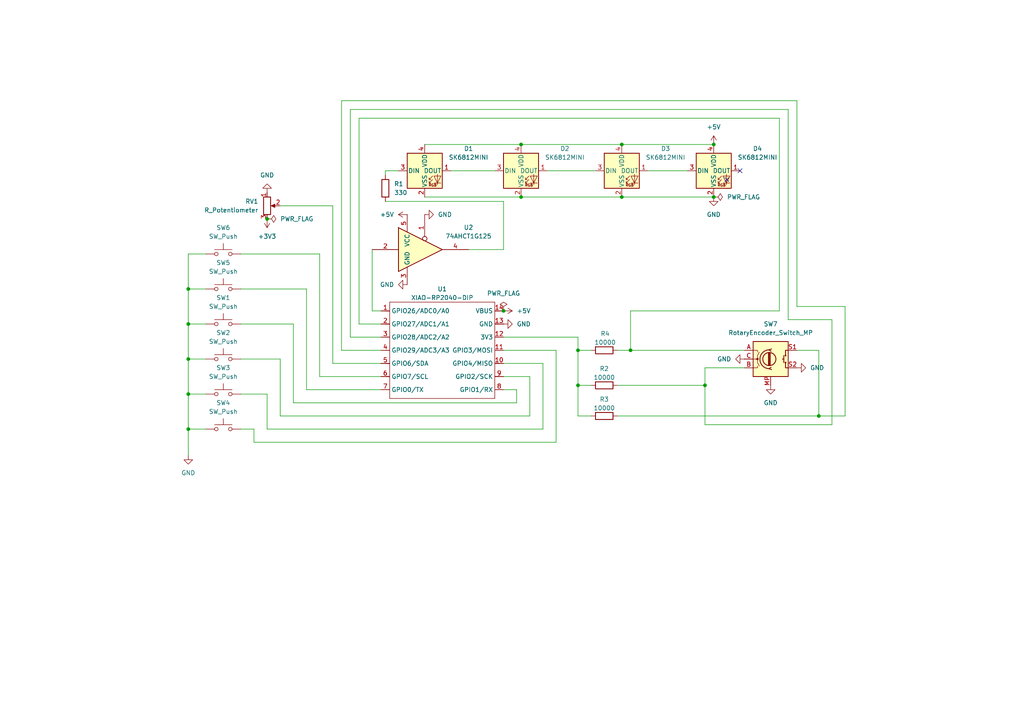
<source format=kicad_sch>
(kicad_sch
	(version 20250114)
	(generator "eeschema")
	(generator_version "9.0")
	(uuid "9a5a79c0-16e6-41c3-b33d-d46bf9886866")
	(paper "A4")
	(lib_symbols
		(symbol "74xGxx:74AHCT1G125"
			(exclude_from_sim no)
			(in_bom yes)
			(on_board yes)
			(property "Reference" "U"
				(at -2.54 3.81 0)
				(effects
					(font
						(size 1.27 1.27)
					)
				)
			)
			(property "Value" "74AHCT1G125"
				(at 0 -3.81 0)
				(effects
					(font
						(size 1.27 1.27)
					)
				)
			)
			(property "Footprint" ""
				(at 0 0 0)
				(effects
					(font
						(size 1.27 1.27)
					)
					(hide yes)
				)
			)
			(property "Datasheet" "http://www.ti.com/lit/sg/scyt129e/scyt129e.pdf"
				(at 0 0 0)
				(effects
					(font
						(size 1.27 1.27)
					)
					(hide yes)
				)
			)
			(property "Description" "Single Buffer Gate Tri-State, Low-Voltage CMOS"
				(at 0 0 0)
				(effects
					(font
						(size 1.27 1.27)
					)
					(hide yes)
				)
			)
			(property "ki_keywords" "Single Gate Buff Tri-State LVC CMOS"
				(at 0 0 0)
				(effects
					(font
						(size 1.27 1.27)
					)
					(hide yes)
				)
			)
			(property "ki_fp_filters" "SOT* SG-*"
				(at 0 0 0)
				(effects
					(font
						(size 1.27 1.27)
					)
					(hide yes)
				)
			)
			(symbol "74AHCT1G125_0_1"
				(polyline
					(pts
						(xy -7.62 6.35) (xy -7.62 -6.35) (xy 5.08 0) (xy -7.62 6.35)
					)
					(stroke
						(width 0.254)
						(type default)
					)
					(fill
						(type background)
					)
				)
			)
			(symbol "74AHCT1G125_1_1"
				(pin input line
					(at -15.24 0 0)
					(length 7.62)
					(name "~"
						(effects
							(font
								(size 1.27 1.27)
							)
						)
					)
					(number "2"
						(effects
							(font
								(size 1.27 1.27)
							)
						)
					)
				)
				(pin power_in line
					(at -5.08 10.16 270)
					(length 5.08)
					(name "VCC"
						(effects
							(font
								(size 1.27 1.27)
							)
						)
					)
					(number "5"
						(effects
							(font
								(size 1.27 1.27)
							)
						)
					)
				)
				(pin power_in line
					(at -5.08 -10.16 90)
					(length 5.08)
					(name "GND"
						(effects
							(font
								(size 1.27 1.27)
							)
						)
					)
					(number "3"
						(effects
							(font
								(size 1.27 1.27)
							)
						)
					)
				)
				(pin input inverted
					(at 0 10.16 270)
					(length 7.62)
					(name "~"
						(effects
							(font
								(size 1.27 1.27)
							)
						)
					)
					(number "1"
						(effects
							(font
								(size 1.27 1.27)
							)
						)
					)
				)
				(pin tri_state line
					(at 12.7 0 180)
					(length 7.62)
					(name "~"
						(effects
							(font
								(size 1.27 1.27)
							)
						)
					)
					(number "4"
						(effects
							(font
								(size 1.27 1.27)
							)
						)
					)
				)
			)
			(embedded_fonts no)
		)
		(symbol "Device:R"
			(pin_numbers
				(hide yes)
			)
			(pin_names
				(offset 0)
			)
			(exclude_from_sim no)
			(in_bom yes)
			(on_board yes)
			(property "Reference" "R"
				(at 2.032 0 90)
				(effects
					(font
						(size 1.27 1.27)
					)
				)
			)
			(property "Value" "R"
				(at 0 0 90)
				(effects
					(font
						(size 1.27 1.27)
					)
				)
			)
			(property "Footprint" ""
				(at -1.778 0 90)
				(effects
					(font
						(size 1.27 1.27)
					)
					(hide yes)
				)
			)
			(property "Datasheet" "~"
				(at 0 0 0)
				(effects
					(font
						(size 1.27 1.27)
					)
					(hide yes)
				)
			)
			(property "Description" "Resistor"
				(at 0 0 0)
				(effects
					(font
						(size 1.27 1.27)
					)
					(hide yes)
				)
			)
			(property "ki_keywords" "R res resistor"
				(at 0 0 0)
				(effects
					(font
						(size 1.27 1.27)
					)
					(hide yes)
				)
			)
			(property "ki_fp_filters" "R_*"
				(at 0 0 0)
				(effects
					(font
						(size 1.27 1.27)
					)
					(hide yes)
				)
			)
			(symbol "R_0_1"
				(rectangle
					(start -1.016 -2.54)
					(end 1.016 2.54)
					(stroke
						(width 0.254)
						(type default)
					)
					(fill
						(type none)
					)
				)
			)
			(symbol "R_1_1"
				(pin passive line
					(at 0 3.81 270)
					(length 1.27)
					(name "~"
						(effects
							(font
								(size 1.27 1.27)
							)
						)
					)
					(number "1"
						(effects
							(font
								(size 1.27 1.27)
							)
						)
					)
				)
				(pin passive line
					(at 0 -3.81 90)
					(length 1.27)
					(name "~"
						(effects
							(font
								(size 1.27 1.27)
							)
						)
					)
					(number "2"
						(effects
							(font
								(size 1.27 1.27)
							)
						)
					)
				)
			)
			(embedded_fonts no)
		)
		(symbol "Device:R_Potentiometer"
			(pin_names
				(offset 1.016)
				(hide yes)
			)
			(exclude_from_sim no)
			(in_bom yes)
			(on_board yes)
			(property "Reference" "RV"
				(at -4.445 0 90)
				(effects
					(font
						(size 1.27 1.27)
					)
				)
			)
			(property "Value" "R_Potentiometer"
				(at -2.54 0 90)
				(effects
					(font
						(size 1.27 1.27)
					)
				)
			)
			(property "Footprint" ""
				(at 0 0 0)
				(effects
					(font
						(size 1.27 1.27)
					)
					(hide yes)
				)
			)
			(property "Datasheet" "~"
				(at 0 0 0)
				(effects
					(font
						(size 1.27 1.27)
					)
					(hide yes)
				)
			)
			(property "Description" "Potentiometer"
				(at 0 0 0)
				(effects
					(font
						(size 1.27 1.27)
					)
					(hide yes)
				)
			)
			(property "ki_keywords" "resistor variable"
				(at 0 0 0)
				(effects
					(font
						(size 1.27 1.27)
					)
					(hide yes)
				)
			)
			(property "ki_fp_filters" "Potentiometer*"
				(at 0 0 0)
				(effects
					(font
						(size 1.27 1.27)
					)
					(hide yes)
				)
			)
			(symbol "R_Potentiometer_0_1"
				(rectangle
					(start 1.016 2.54)
					(end -1.016 -2.54)
					(stroke
						(width 0.254)
						(type default)
					)
					(fill
						(type none)
					)
				)
				(polyline
					(pts
						(xy 1.143 0) (xy 2.286 0.508) (xy 2.286 -0.508) (xy 1.143 0)
					)
					(stroke
						(width 0)
						(type default)
					)
					(fill
						(type outline)
					)
				)
				(polyline
					(pts
						(xy 2.54 0) (xy 1.524 0)
					)
					(stroke
						(width 0)
						(type default)
					)
					(fill
						(type none)
					)
				)
			)
			(symbol "R_Potentiometer_1_1"
				(pin passive line
					(at 0 3.81 270)
					(length 1.27)
					(name "1"
						(effects
							(font
								(size 1.27 1.27)
							)
						)
					)
					(number "1"
						(effects
							(font
								(size 1.27 1.27)
							)
						)
					)
				)
				(pin passive line
					(at 0 -3.81 90)
					(length 1.27)
					(name "3"
						(effects
							(font
								(size 1.27 1.27)
							)
						)
					)
					(number "3"
						(effects
							(font
								(size 1.27 1.27)
							)
						)
					)
				)
				(pin passive line
					(at 3.81 0 180)
					(length 1.27)
					(name "2"
						(effects
							(font
								(size 1.27 1.27)
							)
						)
					)
					(number "2"
						(effects
							(font
								(size 1.27 1.27)
							)
						)
					)
				)
			)
			(embedded_fonts no)
		)
		(symbol "Device:RotaryEncoder_Switch_MP"
			(pin_names
				(offset 0.254)
				(hide yes)
			)
			(exclude_from_sim no)
			(in_bom yes)
			(on_board yes)
			(property "Reference" "SW"
				(at 0 8.89 0)
				(effects
					(font
						(size 1.27 1.27)
					)
				)
			)
			(property "Value" "RotaryEncoder_Switch_MP"
				(at 0 6.35 0)
				(effects
					(font
						(size 1.27 1.27)
					)
				)
			)
			(property "Footprint" ""
				(at -3.81 4.064 0)
				(effects
					(font
						(size 1.27 1.27)
					)
					(hide yes)
				)
			)
			(property "Datasheet" "~"
				(at 0 -12.7 0)
				(effects
					(font
						(size 1.27 1.27)
					)
					(hide yes)
				)
			)
			(property "Description" "Rotary encoder, dual channel, incremental quadrate outputs, with switch and MP Pin"
				(at 0 -15.24 0)
				(effects
					(font
						(size 1.27 1.27)
					)
					(hide yes)
				)
			)
			(property "ki_keywords" "rotary switch encoder switch push button"
				(at 0 0 0)
				(effects
					(font
						(size 1.27 1.27)
					)
					(hide yes)
				)
			)
			(property "ki_fp_filters" "RotaryEncoder*Switch*"
				(at 0 0 0)
				(effects
					(font
						(size 1.27 1.27)
					)
					(hide yes)
				)
			)
			(symbol "RotaryEncoder_Switch_MP_0_1"
				(rectangle
					(start -5.08 5.08)
					(end 5.08 -5.08)
					(stroke
						(width 0.254)
						(type default)
					)
					(fill
						(type background)
					)
				)
				(polyline
					(pts
						(xy -5.08 2.54) (xy -3.81 2.54) (xy -3.81 2.032)
					)
					(stroke
						(width 0)
						(type default)
					)
					(fill
						(type none)
					)
				)
				(polyline
					(pts
						(xy -5.08 0) (xy -3.81 0) (xy -3.81 -1.016) (xy -3.302 -2.032)
					)
					(stroke
						(width 0)
						(type default)
					)
					(fill
						(type none)
					)
				)
				(polyline
					(pts
						(xy -5.08 -2.54) (xy -3.81 -2.54) (xy -3.81 -2.032)
					)
					(stroke
						(width 0)
						(type default)
					)
					(fill
						(type none)
					)
				)
				(polyline
					(pts
						(xy -4.318 0) (xy -3.81 0) (xy -3.81 1.016) (xy -3.302 2.032)
					)
					(stroke
						(width 0)
						(type default)
					)
					(fill
						(type none)
					)
				)
				(circle
					(center -3.81 0)
					(radius 0.254)
					(stroke
						(width 0)
						(type default)
					)
					(fill
						(type outline)
					)
				)
				(polyline
					(pts
						(xy -0.635 -1.778) (xy -0.635 1.778)
					)
					(stroke
						(width 0.254)
						(type default)
					)
					(fill
						(type none)
					)
				)
				(circle
					(center -0.381 0)
					(radius 1.905)
					(stroke
						(width 0.254)
						(type default)
					)
					(fill
						(type none)
					)
				)
				(polyline
					(pts
						(xy -0.381 -1.778) (xy -0.381 1.778)
					)
					(stroke
						(width 0.254)
						(type default)
					)
					(fill
						(type none)
					)
				)
				(arc
					(start -0.381 -2.794)
					(mid -3.0988 -0.0635)
					(end -0.381 2.667)
					(stroke
						(width 0.254)
						(type default)
					)
					(fill
						(type none)
					)
				)
				(polyline
					(pts
						(xy -0.127 1.778) (xy -0.127 -1.778)
					)
					(stroke
						(width 0.254)
						(type default)
					)
					(fill
						(type none)
					)
				)
				(polyline
					(pts
						(xy 0.254 2.921) (xy -0.508 2.667) (xy 0.127 2.286)
					)
					(stroke
						(width 0.254)
						(type default)
					)
					(fill
						(type none)
					)
				)
				(polyline
					(pts
						(xy 0.254 -3.048) (xy -0.508 -2.794) (xy 0.127 -2.413)
					)
					(stroke
						(width 0.254)
						(type default)
					)
					(fill
						(type none)
					)
				)
				(polyline
					(pts
						(xy 3.81 1.016) (xy 3.81 -1.016)
					)
					(stroke
						(width 0.254)
						(type default)
					)
					(fill
						(type none)
					)
				)
				(polyline
					(pts
						(xy 3.81 0) (xy 3.429 0)
					)
					(stroke
						(width 0.254)
						(type default)
					)
					(fill
						(type none)
					)
				)
				(circle
					(center 4.318 1.016)
					(radius 0.127)
					(stroke
						(width 0.254)
						(type default)
					)
					(fill
						(type none)
					)
				)
				(circle
					(center 4.318 -1.016)
					(radius 0.127)
					(stroke
						(width 0.254)
						(type default)
					)
					(fill
						(type none)
					)
				)
				(polyline
					(pts
						(xy 5.08 2.54) (xy 4.318 2.54) (xy 4.318 1.016)
					)
					(stroke
						(width 0.254)
						(type default)
					)
					(fill
						(type none)
					)
				)
				(polyline
					(pts
						(xy 5.08 -2.54) (xy 4.318 -2.54) (xy 4.318 -1.016)
					)
					(stroke
						(width 0.254)
						(type default)
					)
					(fill
						(type none)
					)
				)
			)
			(symbol "RotaryEncoder_Switch_MP_1_1"
				(pin passive line
					(at -7.62 2.54 0)
					(length 2.54)
					(name "A"
						(effects
							(font
								(size 1.27 1.27)
							)
						)
					)
					(number "A"
						(effects
							(font
								(size 1.27 1.27)
							)
						)
					)
				)
				(pin passive line
					(at -7.62 0 0)
					(length 2.54)
					(name "C"
						(effects
							(font
								(size 1.27 1.27)
							)
						)
					)
					(number "C"
						(effects
							(font
								(size 1.27 1.27)
							)
						)
					)
				)
				(pin passive line
					(at -7.62 -2.54 0)
					(length 2.54)
					(name "B"
						(effects
							(font
								(size 1.27 1.27)
							)
						)
					)
					(number "B"
						(effects
							(font
								(size 1.27 1.27)
							)
						)
					)
				)
				(pin passive line
					(at 0 -7.62 90)
					(length 2.54)
					(name "MP"
						(effects
							(font
								(size 1.27 1.27)
							)
						)
					)
					(number "MP"
						(effects
							(font
								(size 1.27 1.27)
							)
						)
					)
				)
				(pin passive line
					(at 7.62 2.54 180)
					(length 2.54)
					(name "S1"
						(effects
							(font
								(size 1.27 1.27)
							)
						)
					)
					(number "S1"
						(effects
							(font
								(size 1.27 1.27)
							)
						)
					)
				)
				(pin passive line
					(at 7.62 -2.54 180)
					(length 2.54)
					(name "S2"
						(effects
							(font
								(size 1.27 1.27)
							)
						)
					)
					(number "S2"
						(effects
							(font
								(size 1.27 1.27)
							)
						)
					)
				)
			)
			(embedded_fonts no)
		)
		(symbol "LED:SK6812MINI"
			(pin_names
				(offset 0.254)
			)
			(exclude_from_sim no)
			(in_bom yes)
			(on_board yes)
			(property "Reference" "D"
				(at 5.08 5.715 0)
				(effects
					(font
						(size 1.27 1.27)
					)
					(justify right bottom)
				)
			)
			(property "Value" "SK6812MINI"
				(at 1.27 -5.715 0)
				(effects
					(font
						(size 1.27 1.27)
					)
					(justify left top)
				)
			)
			(property "Footprint" "LED_SMD:LED_SK6812MINI_PLCC4_3.5x3.5mm_P1.75mm"
				(at 1.27 -7.62 0)
				(effects
					(font
						(size 1.27 1.27)
					)
					(justify left top)
					(hide yes)
				)
			)
			(property "Datasheet" "https://cdn-shop.adafruit.com/product-files/2686/SK6812MINI_REV.01-1-2.pdf"
				(at 2.54 -9.525 0)
				(effects
					(font
						(size 1.27 1.27)
					)
					(justify left top)
					(hide yes)
				)
			)
			(property "Description" "RGB LED with integrated controller"
				(at 0 0 0)
				(effects
					(font
						(size 1.27 1.27)
					)
					(hide yes)
				)
			)
			(property "ki_keywords" "RGB LED NeoPixel Mini addressable"
				(at 0 0 0)
				(effects
					(font
						(size 1.27 1.27)
					)
					(hide yes)
				)
			)
			(property "ki_fp_filters" "LED*SK6812MINI*PLCC*3.5x3.5mm*P1.75mm*"
				(at 0 0 0)
				(effects
					(font
						(size 1.27 1.27)
					)
					(hide yes)
				)
			)
			(symbol "SK6812MINI_0_0"
				(text "RGB"
					(at 2.286 -4.191 0)
					(effects
						(font
							(size 0.762 0.762)
						)
					)
				)
			)
			(symbol "SK6812MINI_0_1"
				(polyline
					(pts
						(xy 1.27 -2.54) (xy 1.778 -2.54)
					)
					(stroke
						(width 0)
						(type default)
					)
					(fill
						(type none)
					)
				)
				(polyline
					(pts
						(xy 1.27 -3.556) (xy 1.778 -3.556)
					)
					(stroke
						(width 0)
						(type default)
					)
					(fill
						(type none)
					)
				)
				(polyline
					(pts
						(xy 2.286 -1.524) (xy 1.27 -2.54) (xy 1.27 -2.032)
					)
					(stroke
						(width 0)
						(type default)
					)
					(fill
						(type none)
					)
				)
				(polyline
					(pts
						(xy 2.286 -2.54) (xy 1.27 -3.556) (xy 1.27 -3.048)
					)
					(stroke
						(width 0)
						(type default)
					)
					(fill
						(type none)
					)
				)
				(polyline
					(pts
						(xy 3.683 -1.016) (xy 3.683 -3.556) (xy 3.683 -4.064)
					)
					(stroke
						(width 0)
						(type default)
					)
					(fill
						(type none)
					)
				)
				(polyline
					(pts
						(xy 4.699 -1.524) (xy 2.667 -1.524) (xy 3.683 -3.556) (xy 4.699 -1.524)
					)
					(stroke
						(width 0)
						(type default)
					)
					(fill
						(type none)
					)
				)
				(polyline
					(pts
						(xy 4.699 -3.556) (xy 2.667 -3.556)
					)
					(stroke
						(width 0)
						(type default)
					)
					(fill
						(type none)
					)
				)
				(rectangle
					(start 5.08 5.08)
					(end -5.08 -5.08)
					(stroke
						(width 0.254)
						(type default)
					)
					(fill
						(type background)
					)
				)
			)
			(symbol "SK6812MINI_1_1"
				(pin input line
					(at -7.62 0 0)
					(length 2.54)
					(name "DIN"
						(effects
							(font
								(size 1.27 1.27)
							)
						)
					)
					(number "3"
						(effects
							(font
								(size 1.27 1.27)
							)
						)
					)
				)
				(pin power_in line
					(at 0 7.62 270)
					(length 2.54)
					(name "VDD"
						(effects
							(font
								(size 1.27 1.27)
							)
						)
					)
					(number "4"
						(effects
							(font
								(size 1.27 1.27)
							)
						)
					)
				)
				(pin power_in line
					(at 0 -7.62 90)
					(length 2.54)
					(name "VSS"
						(effects
							(font
								(size 1.27 1.27)
							)
						)
					)
					(number "2"
						(effects
							(font
								(size 1.27 1.27)
							)
						)
					)
				)
				(pin output line
					(at 7.62 0 180)
					(length 2.54)
					(name "DOUT"
						(effects
							(font
								(size 1.27 1.27)
							)
						)
					)
					(number "1"
						(effects
							(font
								(size 1.27 1.27)
							)
						)
					)
				)
			)
			(embedded_fonts no)
		)
		(symbol "OPL:XIAO-RP2040-DIP"
			(exclude_from_sim no)
			(in_bom yes)
			(on_board yes)
			(property "Reference" "U"
				(at 0 0 0)
				(effects
					(font
						(size 1.27 1.27)
					)
				)
			)
			(property "Value" "XIAO-RP2040-DIP"
				(at 5.334 -1.778 0)
				(effects
					(font
						(size 1.27 1.27)
					)
				)
			)
			(property "Footprint" "Module:MOUDLE14P-XIAO-DIP-SMD"
				(at 14.478 -32.258 0)
				(effects
					(font
						(size 1.27 1.27)
					)
					(hide yes)
				)
			)
			(property "Datasheet" ""
				(at 0 0 0)
				(effects
					(font
						(size 1.27 1.27)
					)
					(hide yes)
				)
			)
			(property "Description" ""
				(at 0 0 0)
				(effects
					(font
						(size 1.27 1.27)
					)
					(hide yes)
				)
			)
			(symbol "XIAO-RP2040-DIP_1_0"
				(polyline
					(pts
						(xy -1.27 -2.54) (xy 29.21 -2.54)
					)
					(stroke
						(width 0.1524)
						(type solid)
					)
					(fill
						(type none)
					)
				)
				(polyline
					(pts
						(xy -1.27 -5.08) (xy -2.54 -5.08)
					)
					(stroke
						(width 0.1524)
						(type solid)
					)
					(fill
						(type none)
					)
				)
				(polyline
					(pts
						(xy -1.27 -5.08) (xy -1.27 -2.54)
					)
					(stroke
						(width 0.1524)
						(type solid)
					)
					(fill
						(type none)
					)
				)
				(polyline
					(pts
						(xy -1.27 -8.89) (xy -2.54 -8.89)
					)
					(stroke
						(width 0.1524)
						(type solid)
					)
					(fill
						(type none)
					)
				)
				(polyline
					(pts
						(xy -1.27 -8.89) (xy -1.27 -5.08)
					)
					(stroke
						(width 0.1524)
						(type solid)
					)
					(fill
						(type none)
					)
				)
				(polyline
					(pts
						(xy -1.27 -12.7) (xy -2.54 -12.7)
					)
					(stroke
						(width 0.1524)
						(type solid)
					)
					(fill
						(type none)
					)
				)
				(polyline
					(pts
						(xy -1.27 -12.7) (xy -1.27 -8.89)
					)
					(stroke
						(width 0.1524)
						(type solid)
					)
					(fill
						(type none)
					)
				)
				(polyline
					(pts
						(xy -1.27 -16.51) (xy -2.54 -16.51)
					)
					(stroke
						(width 0.1524)
						(type solid)
					)
					(fill
						(type none)
					)
				)
				(polyline
					(pts
						(xy -1.27 -16.51) (xy -1.27 -12.7)
					)
					(stroke
						(width 0.1524)
						(type solid)
					)
					(fill
						(type none)
					)
				)
				(polyline
					(pts
						(xy -1.27 -20.32) (xy -2.54 -20.32)
					)
					(stroke
						(width 0.1524)
						(type solid)
					)
					(fill
						(type none)
					)
				)
				(polyline
					(pts
						(xy -1.27 -24.13) (xy -2.54 -24.13)
					)
					(stroke
						(width 0.1524)
						(type solid)
					)
					(fill
						(type none)
					)
				)
				(polyline
					(pts
						(xy -1.27 -27.94) (xy -2.54 -27.94)
					)
					(stroke
						(width 0.1524)
						(type solid)
					)
					(fill
						(type none)
					)
				)
				(polyline
					(pts
						(xy -1.27 -30.48) (xy -1.27 -16.51)
					)
					(stroke
						(width 0.1524)
						(type solid)
					)
					(fill
						(type none)
					)
				)
				(polyline
					(pts
						(xy 29.21 -2.54) (xy 29.21 -5.08)
					)
					(stroke
						(width 0.1524)
						(type solid)
					)
					(fill
						(type none)
					)
				)
				(polyline
					(pts
						(xy 29.21 -5.08) (xy 29.21 -8.89)
					)
					(stroke
						(width 0.1524)
						(type solid)
					)
					(fill
						(type none)
					)
				)
				(polyline
					(pts
						(xy 29.21 -8.89) (xy 29.21 -12.7)
					)
					(stroke
						(width 0.1524)
						(type solid)
					)
					(fill
						(type none)
					)
				)
				(polyline
					(pts
						(xy 29.21 -12.7) (xy 29.21 -30.48)
					)
					(stroke
						(width 0.1524)
						(type solid)
					)
					(fill
						(type none)
					)
				)
				(polyline
					(pts
						(xy 29.21 -30.48) (xy -1.27 -30.48)
					)
					(stroke
						(width 0.1524)
						(type solid)
					)
					(fill
						(type none)
					)
				)
				(polyline
					(pts
						(xy 30.48 -5.08) (xy 29.21 -5.08)
					)
					(stroke
						(width 0.1524)
						(type solid)
					)
					(fill
						(type none)
					)
				)
				(polyline
					(pts
						(xy 30.48 -8.89) (xy 29.21 -8.89)
					)
					(stroke
						(width 0.1524)
						(type solid)
					)
					(fill
						(type none)
					)
				)
				(polyline
					(pts
						(xy 30.48 -12.7) (xy 29.21 -12.7)
					)
					(stroke
						(width 0.1524)
						(type solid)
					)
					(fill
						(type none)
					)
				)
				(polyline
					(pts
						(xy 30.48 -16.51) (xy 29.21 -16.51)
					)
					(stroke
						(width 0.1524)
						(type solid)
					)
					(fill
						(type none)
					)
				)
				(polyline
					(pts
						(xy 30.48 -20.32) (xy 29.21 -20.32)
					)
					(stroke
						(width 0.1524)
						(type solid)
					)
					(fill
						(type none)
					)
				)
				(polyline
					(pts
						(xy 30.48 -24.13) (xy 29.21 -24.13)
					)
					(stroke
						(width 0.1524)
						(type solid)
					)
					(fill
						(type none)
					)
				)
				(polyline
					(pts
						(xy 30.48 -27.94) (xy 29.21 -27.94)
					)
					(stroke
						(width 0.1524)
						(type solid)
					)
					(fill
						(type none)
					)
				)
				(pin passive line
					(at -3.81 -5.08 0)
					(length 2.54)
					(name "GPIO26/ADC0/A0"
						(effects
							(font
								(size 1.27 1.27)
							)
						)
					)
					(number "1"
						(effects
							(font
								(size 1.27 1.27)
							)
						)
					)
				)
				(pin passive line
					(at -3.81 -8.89 0)
					(length 2.54)
					(name "GPIO27/ADC1/A1"
						(effects
							(font
								(size 1.27 1.27)
							)
						)
					)
					(number "2"
						(effects
							(font
								(size 1.27 1.27)
							)
						)
					)
				)
				(pin passive line
					(at -3.81 -12.7 0)
					(length 2.54)
					(name "GPIO28/ADC2/A2"
						(effects
							(font
								(size 1.27 1.27)
							)
						)
					)
					(number "3"
						(effects
							(font
								(size 1.27 1.27)
							)
						)
					)
				)
				(pin passive line
					(at -3.81 -16.51 0)
					(length 2.54)
					(name "GPIO29/ADC3/A3"
						(effects
							(font
								(size 1.27 1.27)
							)
						)
					)
					(number "4"
						(effects
							(font
								(size 1.27 1.27)
							)
						)
					)
				)
				(pin passive line
					(at -3.81 -20.32 0)
					(length 2.54)
					(name "GPIO6/SDA"
						(effects
							(font
								(size 1.27 1.27)
							)
						)
					)
					(number "5"
						(effects
							(font
								(size 1.27 1.27)
							)
						)
					)
				)
				(pin passive line
					(at -3.81 -24.13 0)
					(length 2.54)
					(name "GPIO7/SCL"
						(effects
							(font
								(size 1.27 1.27)
							)
						)
					)
					(number "6"
						(effects
							(font
								(size 1.27 1.27)
							)
						)
					)
				)
				(pin passive line
					(at -3.81 -27.94 0)
					(length 2.54)
					(name "GPIO0/TX"
						(effects
							(font
								(size 1.27 1.27)
							)
						)
					)
					(number "7"
						(effects
							(font
								(size 1.27 1.27)
							)
						)
					)
				)
				(pin passive line
					(at 31.75 -5.08 180)
					(length 2.54)
					(name "VBUS"
						(effects
							(font
								(size 1.27 1.27)
							)
						)
					)
					(number "14"
						(effects
							(font
								(size 1.27 1.27)
							)
						)
					)
				)
				(pin passive line
					(at 31.75 -8.89 180)
					(length 2.54)
					(name "GND"
						(effects
							(font
								(size 1.27 1.27)
							)
						)
					)
					(number "13"
						(effects
							(font
								(size 1.27 1.27)
							)
						)
					)
				)
				(pin passive line
					(at 31.75 -12.7 180)
					(length 2.54)
					(name "3V3"
						(effects
							(font
								(size 1.27 1.27)
							)
						)
					)
					(number "12"
						(effects
							(font
								(size 1.27 1.27)
							)
						)
					)
				)
				(pin passive line
					(at 31.75 -16.51 180)
					(length 2.54)
					(name "GPIO3/MOSI"
						(effects
							(font
								(size 1.27 1.27)
							)
						)
					)
					(number "11"
						(effects
							(font
								(size 1.27 1.27)
							)
						)
					)
				)
				(pin passive line
					(at 31.75 -20.32 180)
					(length 2.54)
					(name "GPIO4/MISO"
						(effects
							(font
								(size 1.27 1.27)
							)
						)
					)
					(number "10"
						(effects
							(font
								(size 1.27 1.27)
							)
						)
					)
				)
				(pin passive line
					(at 31.75 -24.13 180)
					(length 2.54)
					(name "GPIO2/SCK"
						(effects
							(font
								(size 1.27 1.27)
							)
						)
					)
					(number "9"
						(effects
							(font
								(size 1.27 1.27)
							)
						)
					)
				)
				(pin passive line
					(at 31.75 -27.94 180)
					(length 2.54)
					(name "GPIO1/RX"
						(effects
							(font
								(size 1.27 1.27)
							)
						)
					)
					(number "8"
						(effects
							(font
								(size 1.27 1.27)
							)
						)
					)
				)
			)
			(embedded_fonts no)
		)
		(symbol "Switch:SW_Push"
			(pin_numbers
				(hide yes)
			)
			(pin_names
				(offset 1.016)
				(hide yes)
			)
			(exclude_from_sim no)
			(in_bom yes)
			(on_board yes)
			(property "Reference" "SW"
				(at 1.27 2.54 0)
				(effects
					(font
						(size 1.27 1.27)
					)
					(justify left)
				)
			)
			(property "Value" "SW_Push"
				(at 0 -1.524 0)
				(effects
					(font
						(size 1.27 1.27)
					)
				)
			)
			(property "Footprint" ""
				(at 0 5.08 0)
				(effects
					(font
						(size 1.27 1.27)
					)
					(hide yes)
				)
			)
			(property "Datasheet" "~"
				(at 0 5.08 0)
				(effects
					(font
						(size 1.27 1.27)
					)
					(hide yes)
				)
			)
			(property "Description" "Push button switch, generic, two pins"
				(at 0 0 0)
				(effects
					(font
						(size 1.27 1.27)
					)
					(hide yes)
				)
			)
			(property "ki_keywords" "switch normally-open pushbutton push-button"
				(at 0 0 0)
				(effects
					(font
						(size 1.27 1.27)
					)
					(hide yes)
				)
			)
			(symbol "SW_Push_0_1"
				(circle
					(center -2.032 0)
					(radius 0.508)
					(stroke
						(width 0)
						(type default)
					)
					(fill
						(type none)
					)
				)
				(polyline
					(pts
						(xy 0 1.27) (xy 0 3.048)
					)
					(stroke
						(width 0)
						(type default)
					)
					(fill
						(type none)
					)
				)
				(circle
					(center 2.032 0)
					(radius 0.508)
					(stroke
						(width 0)
						(type default)
					)
					(fill
						(type none)
					)
				)
				(polyline
					(pts
						(xy 2.54 1.27) (xy -2.54 1.27)
					)
					(stroke
						(width 0)
						(type default)
					)
					(fill
						(type none)
					)
				)
				(pin passive line
					(at -5.08 0 0)
					(length 2.54)
					(name "1"
						(effects
							(font
								(size 1.27 1.27)
							)
						)
					)
					(number "1"
						(effects
							(font
								(size 1.27 1.27)
							)
						)
					)
				)
				(pin passive line
					(at 5.08 0 180)
					(length 2.54)
					(name "2"
						(effects
							(font
								(size 1.27 1.27)
							)
						)
					)
					(number "2"
						(effects
							(font
								(size 1.27 1.27)
							)
						)
					)
				)
			)
			(embedded_fonts no)
		)
		(symbol "power:+3V3"
			(power)
			(pin_numbers
				(hide yes)
			)
			(pin_names
				(offset 0)
				(hide yes)
			)
			(exclude_from_sim no)
			(in_bom yes)
			(on_board yes)
			(property "Reference" "#PWR"
				(at 0 -3.81 0)
				(effects
					(font
						(size 1.27 1.27)
					)
					(hide yes)
				)
			)
			(property "Value" "+3V3"
				(at 0 3.556 0)
				(effects
					(font
						(size 1.27 1.27)
					)
				)
			)
			(property "Footprint" ""
				(at 0 0 0)
				(effects
					(font
						(size 1.27 1.27)
					)
					(hide yes)
				)
			)
			(property "Datasheet" ""
				(at 0 0 0)
				(effects
					(font
						(size 1.27 1.27)
					)
					(hide yes)
				)
			)
			(property "Description" "Power symbol creates a global label with name \"+3V3\""
				(at 0 0 0)
				(effects
					(font
						(size 1.27 1.27)
					)
					(hide yes)
				)
			)
			(property "ki_keywords" "global power"
				(at 0 0 0)
				(effects
					(font
						(size 1.27 1.27)
					)
					(hide yes)
				)
			)
			(symbol "+3V3_0_1"
				(polyline
					(pts
						(xy -0.762 1.27) (xy 0 2.54)
					)
					(stroke
						(width 0)
						(type default)
					)
					(fill
						(type none)
					)
				)
				(polyline
					(pts
						(xy 0 2.54) (xy 0.762 1.27)
					)
					(stroke
						(width 0)
						(type default)
					)
					(fill
						(type none)
					)
				)
				(polyline
					(pts
						(xy 0 0) (xy 0 2.54)
					)
					(stroke
						(width 0)
						(type default)
					)
					(fill
						(type none)
					)
				)
			)
			(symbol "+3V3_1_1"
				(pin power_in line
					(at 0 0 90)
					(length 0)
					(name "~"
						(effects
							(font
								(size 1.27 1.27)
							)
						)
					)
					(number "1"
						(effects
							(font
								(size 1.27 1.27)
							)
						)
					)
				)
			)
			(embedded_fonts no)
		)
		(symbol "power:+5V"
			(power)
			(pin_numbers
				(hide yes)
			)
			(pin_names
				(offset 0)
				(hide yes)
			)
			(exclude_from_sim no)
			(in_bom yes)
			(on_board yes)
			(property "Reference" "#PWR"
				(at 0 -3.81 0)
				(effects
					(font
						(size 1.27 1.27)
					)
					(hide yes)
				)
			)
			(property "Value" "+5V"
				(at 0 3.556 0)
				(effects
					(font
						(size 1.27 1.27)
					)
				)
			)
			(property "Footprint" ""
				(at 0 0 0)
				(effects
					(font
						(size 1.27 1.27)
					)
					(hide yes)
				)
			)
			(property "Datasheet" ""
				(at 0 0 0)
				(effects
					(font
						(size 1.27 1.27)
					)
					(hide yes)
				)
			)
			(property "Description" "Power symbol creates a global label with name \"+5V\""
				(at 0 0 0)
				(effects
					(font
						(size 1.27 1.27)
					)
					(hide yes)
				)
			)
			(property "ki_keywords" "global power"
				(at 0 0 0)
				(effects
					(font
						(size 1.27 1.27)
					)
					(hide yes)
				)
			)
			(symbol "+5V_0_1"
				(polyline
					(pts
						(xy -0.762 1.27) (xy 0 2.54)
					)
					(stroke
						(width 0)
						(type default)
					)
					(fill
						(type none)
					)
				)
				(polyline
					(pts
						(xy 0 2.54) (xy 0.762 1.27)
					)
					(stroke
						(width 0)
						(type default)
					)
					(fill
						(type none)
					)
				)
				(polyline
					(pts
						(xy 0 0) (xy 0 2.54)
					)
					(stroke
						(width 0)
						(type default)
					)
					(fill
						(type none)
					)
				)
			)
			(symbol "+5V_1_1"
				(pin power_in line
					(at 0 0 90)
					(length 0)
					(name "~"
						(effects
							(font
								(size 1.27 1.27)
							)
						)
					)
					(number "1"
						(effects
							(font
								(size 1.27 1.27)
							)
						)
					)
				)
			)
			(embedded_fonts no)
		)
		(symbol "power:GND"
			(power)
			(pin_numbers
				(hide yes)
			)
			(pin_names
				(offset 0)
				(hide yes)
			)
			(exclude_from_sim no)
			(in_bom yes)
			(on_board yes)
			(property "Reference" "#PWR"
				(at 0 -6.35 0)
				(effects
					(font
						(size 1.27 1.27)
					)
					(hide yes)
				)
			)
			(property "Value" "GND"
				(at 0 -3.81 0)
				(effects
					(font
						(size 1.27 1.27)
					)
				)
			)
			(property "Footprint" ""
				(at 0 0 0)
				(effects
					(font
						(size 1.27 1.27)
					)
					(hide yes)
				)
			)
			(property "Datasheet" ""
				(at 0 0 0)
				(effects
					(font
						(size 1.27 1.27)
					)
					(hide yes)
				)
			)
			(property "Description" "Power symbol creates a global label with name \"GND\" , ground"
				(at 0 0 0)
				(effects
					(font
						(size 1.27 1.27)
					)
					(hide yes)
				)
			)
			(property "ki_keywords" "global power"
				(at 0 0 0)
				(effects
					(font
						(size 1.27 1.27)
					)
					(hide yes)
				)
			)
			(symbol "GND_0_1"
				(polyline
					(pts
						(xy 0 0) (xy 0 -1.27) (xy 1.27 -1.27) (xy 0 -2.54) (xy -1.27 -1.27) (xy 0 -1.27)
					)
					(stroke
						(width 0)
						(type default)
					)
					(fill
						(type none)
					)
				)
			)
			(symbol "GND_1_1"
				(pin power_in line
					(at 0 0 270)
					(length 0)
					(name "~"
						(effects
							(font
								(size 1.27 1.27)
							)
						)
					)
					(number "1"
						(effects
							(font
								(size 1.27 1.27)
							)
						)
					)
				)
			)
			(embedded_fonts no)
		)
		(symbol "power:PWR_FLAG"
			(power)
			(pin_numbers
				(hide yes)
			)
			(pin_names
				(offset 0)
				(hide yes)
			)
			(exclude_from_sim no)
			(in_bom yes)
			(on_board yes)
			(property "Reference" "#FLG"
				(at 0 1.905 0)
				(effects
					(font
						(size 1.27 1.27)
					)
					(hide yes)
				)
			)
			(property "Value" "PWR_FLAG"
				(at 0 3.81 0)
				(effects
					(font
						(size 1.27 1.27)
					)
				)
			)
			(property "Footprint" ""
				(at 0 0 0)
				(effects
					(font
						(size 1.27 1.27)
					)
					(hide yes)
				)
			)
			(property "Datasheet" "~"
				(at 0 0 0)
				(effects
					(font
						(size 1.27 1.27)
					)
					(hide yes)
				)
			)
			(property "Description" "Special symbol for telling ERC where power comes from"
				(at 0 0 0)
				(effects
					(font
						(size 1.27 1.27)
					)
					(hide yes)
				)
			)
			(property "ki_keywords" "flag power"
				(at 0 0 0)
				(effects
					(font
						(size 1.27 1.27)
					)
					(hide yes)
				)
			)
			(symbol "PWR_FLAG_0_0"
				(pin power_out line
					(at 0 0 90)
					(length 0)
					(name "~"
						(effects
							(font
								(size 1.27 1.27)
							)
						)
					)
					(number "1"
						(effects
							(font
								(size 1.27 1.27)
							)
						)
					)
				)
			)
			(symbol "PWR_FLAG_0_1"
				(polyline
					(pts
						(xy 0 0) (xy 0 1.27) (xy -1.016 1.905) (xy 0 2.54) (xy 1.016 1.905) (xy 0 1.27)
					)
					(stroke
						(width 0)
						(type default)
					)
					(fill
						(type none)
					)
				)
			)
			(embedded_fonts no)
		)
	)
	(junction
		(at 146.05 90.17)
		(diameter 0)
		(color 0 0 0 0)
		(uuid "071f8ffe-2dbd-4605-8af4-892cb6abd714")
	)
	(junction
		(at 54.61 83.82)
		(diameter 0)
		(color 0 0 0 0)
		(uuid "118b0477-3985-4b5e-a9f2-a0541cc9700d")
	)
	(junction
		(at 77.47 63.5)
		(diameter 0)
		(color 0 0 0 0)
		(uuid "1561b87d-e398-425b-ad1f-3823f9dac6c6")
	)
	(junction
		(at 207.01 41.91)
		(diameter 0)
		(color 0 0 0 0)
		(uuid "22b0cbd4-f9fb-43fd-bb92-b8195f6a6120")
	)
	(junction
		(at 180.34 57.15)
		(diameter 0)
		(color 0 0 0 0)
		(uuid "28474d5b-6ce9-4d07-b0a4-c22beeab1dca")
	)
	(junction
		(at 237.49 120.65)
		(diameter 0)
		(color 0 0 0 0)
		(uuid "2ef835f2-c9cb-4aaf-9908-7327dba5d717")
	)
	(junction
		(at 54.61 124.46)
		(diameter 0)
		(color 0 0 0 0)
		(uuid "30f908dd-54a5-42fc-a740-ca803f6c2123")
	)
	(junction
		(at 151.13 41.91)
		(diameter 0)
		(color 0 0 0 0)
		(uuid "38e45f7a-a12a-4c1c-a282-7889c68559d3")
	)
	(junction
		(at 204.47 111.76)
		(diameter 0)
		(color 0 0 0 0)
		(uuid "5137a6ac-0a01-4691-8ac8-79a5d52f8b99")
	)
	(junction
		(at 167.64 111.76)
		(diameter 0)
		(color 0 0 0 0)
		(uuid "577dd3f6-6d9d-4456-ae78-304a8bed042a")
	)
	(junction
		(at 151.13 57.15)
		(diameter 0)
		(color 0 0 0 0)
		(uuid "7201edf9-2dc5-411e-9dab-b589d20fe8c6")
	)
	(junction
		(at 167.64 101.6)
		(diameter 0)
		(color 0 0 0 0)
		(uuid "8b42cac0-e651-4db4-8f48-99697aa95c7e")
	)
	(junction
		(at 180.34 41.91)
		(diameter 0)
		(color 0 0 0 0)
		(uuid "9d742c6c-fc1e-4307-95ec-779530c231d6")
	)
	(junction
		(at 207.01 57.15)
		(diameter 0)
		(color 0 0 0 0)
		(uuid "ae9775f0-34e9-4340-a31d-4cf77ff74e78")
	)
	(junction
		(at 54.61 104.14)
		(diameter 0)
		(color 0 0 0 0)
		(uuid "b6920127-35e1-4e05-9a47-3efc72931f92")
	)
	(junction
		(at 54.61 114.3)
		(diameter 0)
		(color 0 0 0 0)
		(uuid "bd74d99a-e3a7-4e54-bda4-6801b52faab0")
	)
	(junction
		(at 54.61 93.98)
		(diameter 0)
		(color 0 0 0 0)
		(uuid "bfcd0c6d-a743-4b46-8af4-58f55c592c0c")
	)
	(junction
		(at 182.88 101.6)
		(diameter 0)
		(color 0 0 0 0)
		(uuid "d20419f8-000f-4af6-854e-efc1c3b160fb")
	)
	(no_connect
		(at 214.63 49.53)
		(uuid "85910022-88d1-4f36-b767-402bf332f00f")
	)
	(no_connect
		(at 210.82 52.07)
		(uuid "df64e9b6-1612-421b-9fe4-d5f62c1ae3de")
	)
	(wire
		(pts
			(xy 107.95 90.17) (xy 110.49 90.17)
		)
		(stroke
			(width 0)
			(type default)
		)
		(uuid "00072211-ab45-4e98-97db-738f7064d9c5")
	)
	(wire
		(pts
			(xy 228.6 31.75) (xy 228.6 92.71)
		)
		(stroke
			(width 0)
			(type default)
		)
		(uuid "01118a35-926e-415c-99b7-0574d7f47b61")
	)
	(wire
		(pts
			(xy 187.96 49.53) (xy 199.39 49.53)
		)
		(stroke
			(width 0)
			(type default)
		)
		(uuid "01257ecb-f2c1-4534-97b8-f6db166cce6f")
	)
	(wire
		(pts
			(xy 179.07 111.76) (xy 204.47 111.76)
		)
		(stroke
			(width 0)
			(type default)
		)
		(uuid "0223218b-54bc-4949-ad4e-0b84ab5a34b6")
	)
	(wire
		(pts
			(xy 167.64 101.6) (xy 167.64 111.76)
		)
		(stroke
			(width 0)
			(type default)
		)
		(uuid "04353cb9-810e-41aa-be9c-a33c64ef6b07")
	)
	(wire
		(pts
			(xy 81.28 120.65) (xy 153.67 120.65)
		)
		(stroke
			(width 0)
			(type default)
		)
		(uuid "0bac829f-cbdb-437f-89cd-105ac9ec6948")
	)
	(wire
		(pts
			(xy 59.69 93.98) (xy 54.61 93.98)
		)
		(stroke
			(width 0)
			(type default)
		)
		(uuid "0d0d0b17-2bae-4355-8be9-4b686086984f")
	)
	(wire
		(pts
			(xy 69.85 114.3) (xy 77.47 114.3)
		)
		(stroke
			(width 0)
			(type default)
		)
		(uuid "0f740e4a-1d63-4917-a7f1-e24be585008d")
	)
	(wire
		(pts
			(xy 226.06 90.17) (xy 226.06 34.29)
		)
		(stroke
			(width 0)
			(type default)
		)
		(uuid "119e3b2b-7156-4bb1-8f1b-fc14b8a1f7cc")
	)
	(wire
		(pts
			(xy 228.6 92.71) (xy 241.3 92.71)
		)
		(stroke
			(width 0)
			(type default)
		)
		(uuid "136a8181-00d3-4fb8-8dba-9b33b0f8a481")
	)
	(wire
		(pts
			(xy 204.47 106.68) (xy 215.9 106.68)
		)
		(stroke
			(width 0)
			(type default)
		)
		(uuid "13f8f640-b826-4fbd-9dc7-5de3fcbd49de")
	)
	(wire
		(pts
			(xy 85.09 93.98) (xy 85.09 116.84)
		)
		(stroke
			(width 0)
			(type default)
		)
		(uuid "16192ec8-c68c-42e9-b1e3-b927f93831c1")
	)
	(wire
		(pts
			(xy 59.69 83.82) (xy 54.61 83.82)
		)
		(stroke
			(width 0)
			(type default)
		)
		(uuid "17072c89-04ed-4b8d-b22f-8eec563a694c")
	)
	(wire
		(pts
			(xy 111.76 58.42) (xy 146.05 58.42)
		)
		(stroke
			(width 0)
			(type default)
		)
		(uuid "1e3109ce-efa4-4812-adfd-15d08f0c8377")
	)
	(wire
		(pts
			(xy 182.88 101.6) (xy 182.88 90.17)
		)
		(stroke
			(width 0)
			(type default)
		)
		(uuid "1e9a4813-6c0e-4ded-8b65-2acd6080d4dc")
	)
	(wire
		(pts
			(xy 135.89 72.39) (xy 146.05 72.39)
		)
		(stroke
			(width 0)
			(type default)
		)
		(uuid "1fabe6c8-bc75-4bc9-81cf-eb105350b22e")
	)
	(wire
		(pts
			(xy 167.64 97.79) (xy 167.64 101.6)
		)
		(stroke
			(width 0)
			(type default)
		)
		(uuid "21b203a2-5625-44fd-aa0e-6553411f5365")
	)
	(wire
		(pts
			(xy 182.88 90.17) (xy 226.06 90.17)
		)
		(stroke
			(width 0)
			(type default)
		)
		(uuid "22f05894-d02b-4348-bfe0-aed6a8df421c")
	)
	(wire
		(pts
			(xy 111.76 49.53) (xy 115.57 49.53)
		)
		(stroke
			(width 0)
			(type default)
		)
		(uuid "289e3241-5318-4dda-8e30-4794f96d9e78")
	)
	(wire
		(pts
			(xy 167.64 111.76) (xy 167.64 120.65)
		)
		(stroke
			(width 0)
			(type default)
		)
		(uuid "2940a38a-b699-4219-94fe-c582552cf841")
	)
	(wire
		(pts
			(xy 237.49 120.65) (xy 237.49 101.6)
		)
		(stroke
			(width 0)
			(type default)
		)
		(uuid "31e5b9f9-f7d8-425e-ad0d-797a8f47c772")
	)
	(wire
		(pts
			(xy 146.05 97.79) (xy 167.64 97.79)
		)
		(stroke
			(width 0)
			(type default)
		)
		(uuid "320d9ae0-0323-4077-830f-c55903345b91")
	)
	(wire
		(pts
			(xy 54.61 114.3) (xy 59.69 114.3)
		)
		(stroke
			(width 0)
			(type default)
		)
		(uuid "360f16f7-86c7-41e4-aa32-81a112490953")
	)
	(wire
		(pts
			(xy 96.52 59.69) (xy 96.52 105.41)
		)
		(stroke
			(width 0)
			(type default)
		)
		(uuid "390b9802-5590-442c-a201-765ed78533db")
	)
	(wire
		(pts
			(xy 241.3 123.19) (xy 204.47 123.19)
		)
		(stroke
			(width 0)
			(type default)
		)
		(uuid "3910654b-1bec-4e99-a53c-55e0de5476a8")
	)
	(wire
		(pts
			(xy 180.34 57.15) (xy 207.01 57.15)
		)
		(stroke
			(width 0)
			(type default)
		)
		(uuid "3af77aba-cec6-4d97-a191-4e8db5a9996c")
	)
	(wire
		(pts
			(xy 77.47 124.46) (xy 157.48 124.46)
		)
		(stroke
			(width 0)
			(type default)
		)
		(uuid "3dfdce01-fc39-4f42-99cf-8b3c1e16703d")
	)
	(wire
		(pts
			(xy 146.05 113.03) (xy 149.86 113.03)
		)
		(stroke
			(width 0)
			(type default)
		)
		(uuid "3f8bae9f-e0a6-445e-ad2e-fd89d35d0da4")
	)
	(wire
		(pts
			(xy 146.05 72.39) (xy 146.05 58.42)
		)
		(stroke
			(width 0)
			(type default)
		)
		(uuid "44915fbf-994a-4935-9f40-7e61eca9e4b1")
	)
	(wire
		(pts
			(xy 92.71 109.22) (xy 110.49 109.22)
		)
		(stroke
			(width 0)
			(type default)
		)
		(uuid "47426365-cff8-4028-918b-d1d547636ee5")
	)
	(wire
		(pts
			(xy 167.64 120.65) (xy 171.45 120.65)
		)
		(stroke
			(width 0)
			(type default)
		)
		(uuid "47b32003-360c-4d3e-84cc-7e771cf459c8")
	)
	(wire
		(pts
			(xy 69.85 83.82) (xy 88.9 83.82)
		)
		(stroke
			(width 0)
			(type default)
		)
		(uuid "4fe74e66-d6d1-48f7-abc4-dff32828b886")
	)
	(wire
		(pts
			(xy 88.9 83.82) (xy 88.9 113.03)
		)
		(stroke
			(width 0)
			(type default)
		)
		(uuid "504d3787-5d01-4d4d-8378-5b6ad6150909")
	)
	(wire
		(pts
			(xy 73.66 124.46) (xy 73.66 128.27)
		)
		(stroke
			(width 0)
			(type default)
		)
		(uuid "517c317e-62c1-4b04-88ee-f722606aa3e7")
	)
	(wire
		(pts
			(xy 226.06 34.29) (xy 104.14 34.29)
		)
		(stroke
			(width 0)
			(type default)
		)
		(uuid "51df8bdf-3897-420e-8b6c-0975c4426949")
	)
	(wire
		(pts
			(xy 96.52 105.41) (xy 110.49 105.41)
		)
		(stroke
			(width 0)
			(type default)
		)
		(uuid "556aa0e7-34ec-4910-9d44-4e5d03219614")
	)
	(wire
		(pts
			(xy 237.49 101.6) (xy 231.14 101.6)
		)
		(stroke
			(width 0)
			(type default)
		)
		(uuid "5781f7bd-d7e0-4166-bb8f-ddd7b1d219da")
	)
	(wire
		(pts
			(xy 182.88 101.6) (xy 215.9 101.6)
		)
		(stroke
			(width 0)
			(type default)
		)
		(uuid "5977aae4-3a54-4def-bb06-03e854fa7d79")
	)
	(wire
		(pts
			(xy 146.05 109.22) (xy 153.67 109.22)
		)
		(stroke
			(width 0)
			(type default)
		)
		(uuid "5b09955a-ca53-4e8e-ad9e-2429068d4bc9")
	)
	(wire
		(pts
			(xy 69.85 93.98) (xy 85.09 93.98)
		)
		(stroke
			(width 0)
			(type default)
		)
		(uuid "5c64c5a2-d6ca-47e5-aceb-98865487bed6")
	)
	(wire
		(pts
			(xy 54.61 83.82) (xy 54.61 93.98)
		)
		(stroke
			(width 0)
			(type default)
		)
		(uuid "63aa0329-4c43-49f8-86e2-d8d3385a0b81")
	)
	(wire
		(pts
			(xy 161.29 128.27) (xy 161.29 101.6)
		)
		(stroke
			(width 0)
			(type default)
		)
		(uuid "692c9b02-2137-496f-b234-bac3fb2ac364")
	)
	(wire
		(pts
			(xy 167.64 101.6) (xy 171.45 101.6)
		)
		(stroke
			(width 0)
			(type default)
		)
		(uuid "769a8799-457e-4280-8613-960cfe60d9b8")
	)
	(wire
		(pts
			(xy 85.09 116.84) (xy 149.86 116.84)
		)
		(stroke
			(width 0)
			(type default)
		)
		(uuid "76b2634d-6dda-42a4-8c4c-edb080a3c923")
	)
	(wire
		(pts
			(xy 180.34 41.91) (xy 207.01 41.91)
		)
		(stroke
			(width 0)
			(type default)
		)
		(uuid "7b79295e-fff3-4c20-9bd1-fcd4cc7da864")
	)
	(wire
		(pts
			(xy 110.49 97.79) (xy 101.6 97.79)
		)
		(stroke
			(width 0)
			(type default)
		)
		(uuid "7fdccd8e-a92a-41ae-a422-c6737fe191a5")
	)
	(wire
		(pts
			(xy 101.6 31.75) (xy 228.6 31.75)
		)
		(stroke
			(width 0)
			(type default)
		)
		(uuid "80f25ebb-48d7-4606-aad4-3e252ddbc5ca")
	)
	(wire
		(pts
			(xy 54.61 93.98) (xy 54.61 104.14)
		)
		(stroke
			(width 0)
			(type default)
		)
		(uuid "8784a127-34aa-4bfb-bea9-81bfe8319f1d")
	)
	(wire
		(pts
			(xy 146.05 101.6) (xy 161.29 101.6)
		)
		(stroke
			(width 0)
			(type default)
		)
		(uuid "87ac69d2-1f19-44d3-b225-bc64280f69bc")
	)
	(wire
		(pts
			(xy 241.3 92.71) (xy 241.3 123.19)
		)
		(stroke
			(width 0)
			(type default)
		)
		(uuid "87c5e6f0-bc37-4fb6-ac1f-f2025b8c0339")
	)
	(wire
		(pts
			(xy 88.9 113.03) (xy 110.49 113.03)
		)
		(stroke
			(width 0)
			(type default)
		)
		(uuid "8e0b32b3-4dab-4810-a347-692cd4c534e3")
	)
	(wire
		(pts
			(xy 157.48 124.46) (xy 157.48 105.41)
		)
		(stroke
			(width 0)
			(type default)
		)
		(uuid "8e67c557-f32c-413d-8408-e543f5286273")
	)
	(wire
		(pts
			(xy 69.85 104.14) (xy 81.28 104.14)
		)
		(stroke
			(width 0)
			(type default)
		)
		(uuid "8ee98d40-104f-447d-ae09-a547b7cd8dc4")
	)
	(wire
		(pts
			(xy 69.85 124.46) (xy 73.66 124.46)
		)
		(stroke
			(width 0)
			(type default)
		)
		(uuid "93466b61-d0e7-42cc-9a7d-58d9daea1f52")
	)
	(wire
		(pts
			(xy 81.28 59.69) (xy 96.52 59.69)
		)
		(stroke
			(width 0)
			(type default)
		)
		(uuid "93a2a754-989a-40ee-9ee2-f38d90bbb26e")
	)
	(wire
		(pts
			(xy 151.13 57.15) (xy 180.34 57.15)
		)
		(stroke
			(width 0)
			(type default)
		)
		(uuid "955add5c-90e1-4a7a-a0b1-48cf03dd687b")
	)
	(wire
		(pts
			(xy 123.19 41.91) (xy 151.13 41.91)
		)
		(stroke
			(width 0)
			(type default)
		)
		(uuid "9c82540e-129c-4e06-a471-07ef07e65896")
	)
	(wire
		(pts
			(xy 101.6 97.79) (xy 101.6 31.75)
		)
		(stroke
			(width 0)
			(type default)
		)
		(uuid "9c97d244-e01d-4ee5-a6a5-fff22ec85de9")
	)
	(wire
		(pts
			(xy 146.05 105.41) (xy 157.48 105.41)
		)
		(stroke
			(width 0)
			(type default)
		)
		(uuid "a26b2944-b21d-497a-bf57-24a295088751")
	)
	(wire
		(pts
			(xy 245.11 88.9) (xy 231.14 88.9)
		)
		(stroke
			(width 0)
			(type default)
		)
		(uuid "a38412b7-1b7c-4d26-b0df-b2c91b01b676")
	)
	(wire
		(pts
			(xy 54.61 124.46) (xy 54.61 132.08)
		)
		(stroke
			(width 0)
			(type default)
		)
		(uuid "a57c74e4-17a9-4a46-8cc1-702214aa843d")
	)
	(wire
		(pts
			(xy 130.81 49.53) (xy 143.51 49.53)
		)
		(stroke
			(width 0)
			(type default)
		)
		(uuid "b040ac8c-c28f-4c23-bec8-e6f4b63078c8")
	)
	(wire
		(pts
			(xy 123.19 57.15) (xy 151.13 57.15)
		)
		(stroke
			(width 0)
			(type default)
		)
		(uuid "b118c901-4326-4e47-b619-fda7420e9363")
	)
	(wire
		(pts
			(xy 179.07 101.6) (xy 182.88 101.6)
		)
		(stroke
			(width 0)
			(type default)
		)
		(uuid "b1b7708d-7933-4e1f-90d1-8d4c3fc5b6e7")
	)
	(wire
		(pts
			(xy 54.61 73.66) (xy 54.61 83.82)
		)
		(stroke
			(width 0)
			(type default)
		)
		(uuid "b4744fdb-6eb6-4447-9660-5f369151baa4")
	)
	(wire
		(pts
			(xy 179.07 120.65) (xy 237.49 120.65)
		)
		(stroke
			(width 0)
			(type default)
		)
		(uuid "b8aedd75-5c65-43e5-b192-84c237f2373f")
	)
	(wire
		(pts
			(xy 54.61 104.14) (xy 54.61 114.3)
		)
		(stroke
			(width 0)
			(type default)
		)
		(uuid "ba4b9832-57c0-4b0d-aaff-1ddfe1c47616")
	)
	(wire
		(pts
			(xy 73.66 128.27) (xy 161.29 128.27)
		)
		(stroke
			(width 0)
			(type default)
		)
		(uuid "ba8ef35a-a032-4328-9b61-0a9f6532dc5e")
	)
	(wire
		(pts
			(xy 99.06 29.21) (xy 99.06 101.6)
		)
		(stroke
			(width 0)
			(type default)
		)
		(uuid "bbc111d5-6c19-4b08-a73d-46ef53e064ad")
	)
	(wire
		(pts
			(xy 107.95 72.39) (xy 107.95 90.17)
		)
		(stroke
			(width 0)
			(type default)
		)
		(uuid "bc65a15b-e48e-4f38-9899-f0cb19c53fd6")
	)
	(wire
		(pts
			(xy 204.47 111.76) (xy 204.47 106.68)
		)
		(stroke
			(width 0)
			(type default)
		)
		(uuid "c1d68178-c73b-4460-ab30-741d19df5741")
	)
	(wire
		(pts
			(xy 237.49 120.65) (xy 245.11 120.65)
		)
		(stroke
			(width 0)
			(type default)
		)
		(uuid "c30c7d9a-d6ef-4c0c-b5ff-4d931ad238bf")
	)
	(wire
		(pts
			(xy 104.14 34.29) (xy 104.14 93.98)
		)
		(stroke
			(width 0)
			(type default)
		)
		(uuid "ca8593b6-23a2-415c-a0bf-bfa1a4ff3dc4")
	)
	(wire
		(pts
			(xy 245.11 120.65) (xy 245.11 88.9)
		)
		(stroke
			(width 0)
			(type default)
		)
		(uuid "cc36cecf-53bb-47ca-812a-f53a67474960")
	)
	(wire
		(pts
			(xy 99.06 101.6) (xy 110.49 101.6)
		)
		(stroke
			(width 0)
			(type default)
		)
		(uuid "d0139b14-34ca-425b-925c-068484adc872")
	)
	(wire
		(pts
			(xy 231.14 29.21) (xy 99.06 29.21)
		)
		(stroke
			(width 0)
			(type default)
		)
		(uuid "d431adc8-b67a-42e2-a3cd-0ad4a02639ed")
	)
	(wire
		(pts
			(xy 92.71 73.66) (xy 92.71 109.22)
		)
		(stroke
			(width 0)
			(type default)
		)
		(uuid "d61f7aac-3d6f-4ff0-b7d0-a3de423e98d2")
	)
	(wire
		(pts
			(xy 59.69 73.66) (xy 54.61 73.66)
		)
		(stroke
			(width 0)
			(type default)
		)
		(uuid "d8764ec8-0b0a-4837-9261-a304c6c5cc9a")
	)
	(wire
		(pts
			(xy 54.61 114.3) (xy 54.61 124.46)
		)
		(stroke
			(width 0)
			(type default)
		)
		(uuid "da26a69d-6027-46d1-9e43-0dbbd8b37b0f")
	)
	(wire
		(pts
			(xy 153.67 120.65) (xy 153.67 109.22)
		)
		(stroke
			(width 0)
			(type default)
		)
		(uuid "da8ac314-4af5-4a29-81e4-8ee9c85873d7")
	)
	(wire
		(pts
			(xy 149.86 116.84) (xy 149.86 113.03)
		)
		(stroke
			(width 0)
			(type default)
		)
		(uuid "dee0872a-059e-4246-9313-71d055971f7c")
	)
	(wire
		(pts
			(xy 54.61 124.46) (xy 59.69 124.46)
		)
		(stroke
			(width 0)
			(type default)
		)
		(uuid "e151c161-6161-4125-a88c-e38c768afd56")
	)
	(wire
		(pts
			(xy 54.61 104.14) (xy 59.69 104.14)
		)
		(stroke
			(width 0)
			(type default)
		)
		(uuid "e344e9bf-14f4-478c-bb75-4d14219e2b38")
	)
	(wire
		(pts
			(xy 69.85 73.66) (xy 92.71 73.66)
		)
		(stroke
			(width 0)
			(type default)
		)
		(uuid "e8af0027-678c-4d6f-b6a1-8ef8ece5c9a7")
	)
	(wire
		(pts
			(xy 151.13 41.91) (xy 180.34 41.91)
		)
		(stroke
			(width 0)
			(type default)
		)
		(uuid "ec9a81df-05f9-4391-8348-bcaa40fa8a7d")
	)
	(wire
		(pts
			(xy 111.76 49.53) (xy 111.76 50.8)
		)
		(stroke
			(width 0)
			(type default)
		)
		(uuid "ef1aa5b9-27cd-4b3e-bd0d-c7f4a6681744")
	)
	(wire
		(pts
			(xy 77.47 114.3) (xy 77.47 124.46)
		)
		(stroke
			(width 0)
			(type default)
		)
		(uuid "efec0518-ced8-4d4b-8785-86ce1e42935c")
	)
	(wire
		(pts
			(xy 158.75 49.53) (xy 172.72 49.53)
		)
		(stroke
			(width 0)
			(type default)
		)
		(uuid "f0a75537-3941-44bd-a99c-457b45d0acc2")
	)
	(wire
		(pts
			(xy 104.14 93.98) (xy 110.49 93.98)
		)
		(stroke
			(width 0)
			(type default)
		)
		(uuid "f3eeefb9-b43d-4f7a-8f24-d636ec6fb7c4")
	)
	(wire
		(pts
			(xy 204.47 123.19) (xy 204.47 111.76)
		)
		(stroke
			(width 0)
			(type default)
		)
		(uuid "f78d3ebe-613a-498a-b100-e5d5ccc767bc")
	)
	(wire
		(pts
			(xy 167.64 111.76) (xy 171.45 111.76)
		)
		(stroke
			(width 0)
			(type default)
		)
		(uuid "f838051f-b70f-4492-add9-d868aa1a19a5")
	)
	(wire
		(pts
			(xy 81.28 104.14) (xy 81.28 120.65)
		)
		(stroke
			(width 0)
			(type default)
		)
		(uuid "f9be5121-0e33-404f-828d-1bdb0ebfeaea")
	)
	(wire
		(pts
			(xy 231.14 88.9) (xy 231.14 29.21)
		)
		(stroke
			(width 0)
			(type default)
		)
		(uuid "fc98d78e-66f7-4f20-b7a3-cc90c51daabe")
	)
	(symbol
		(lib_id "power:+5V")
		(at 146.05 90.17 270)
		(unit 1)
		(exclude_from_sim no)
		(in_bom yes)
		(on_board yes)
		(dnp no)
		(fields_autoplaced yes)
		(uuid "037a9a11-47d1-4a3f-bd34-7c78fbc3dd7a")
		(property "Reference" "#PWR03"
			(at 142.24 90.17 0)
			(effects
				(font
					(size 1.27 1.27)
				)
				(hide yes)
			)
		)
		(property "Value" "+5V"
			(at 149.86 90.1699 90)
			(effects
				(font
					(size 1.27 1.27)
				)
				(justify left)
			)
		)
		(property "Footprint" ""
			(at 146.05 90.17 0)
			(effects
				(font
					(size 1.27 1.27)
				)
				(hide yes)
			)
		)
		(property "Datasheet" ""
			(at 146.05 90.17 0)
			(effects
				(font
					(size 1.27 1.27)
				)
				(hide yes)
			)
		)
		(property "Description" "Power symbol creates a global label with name \"+5V\""
			(at 146.05 90.17 0)
			(effects
				(font
					(size 1.27 1.27)
				)
				(hide yes)
			)
		)
		(pin "1"
			(uuid "4b3642ea-3693-437c-83ea-3a69b596e63b")
		)
		(instances
			(project ""
				(path "/9a5a79c0-16e6-41c3-b33d-d46bf9886866"
					(reference "#PWR03")
					(unit 1)
				)
			)
		)
	)
	(symbol
		(lib_id "power:+5V")
		(at 207.01 41.91 0)
		(unit 1)
		(exclude_from_sim no)
		(in_bom yes)
		(on_board yes)
		(dnp no)
		(fields_autoplaced yes)
		(uuid "0a3dcdf9-f884-45ca-9bee-f2045b95387e")
		(property "Reference" "#PWR02"
			(at 207.01 45.72 0)
			(effects
				(font
					(size 1.27 1.27)
				)
				(hide yes)
			)
		)
		(property "Value" "+5V"
			(at 207.01 36.83 0)
			(effects
				(font
					(size 1.27 1.27)
				)
			)
		)
		(property "Footprint" ""
			(at 207.01 41.91 0)
			(effects
				(font
					(size 1.27 1.27)
				)
				(hide yes)
			)
		)
		(property "Datasheet" ""
			(at 207.01 41.91 0)
			(effects
				(font
					(size 1.27 1.27)
				)
				(hide yes)
			)
		)
		(property "Description" "Power symbol creates a global label with name \"+5V\""
			(at 207.01 41.91 0)
			(effects
				(font
					(size 1.27 1.27)
				)
				(hide yes)
			)
		)
		(pin "1"
			(uuid "0b74b4b9-5525-4525-bddf-a025be1faa9a")
		)
		(instances
			(project ""
				(path "/9a5a79c0-16e6-41c3-b33d-d46bf9886866"
					(reference "#PWR02")
					(unit 1)
				)
			)
		)
	)
	(symbol
		(lib_id "Device:R")
		(at 111.76 54.61 0)
		(unit 1)
		(exclude_from_sim no)
		(in_bom yes)
		(on_board yes)
		(dnp no)
		(fields_autoplaced yes)
		(uuid "1493ee80-bf58-486b-8af9-99dabe1f3e8f")
		(property "Reference" "R1"
			(at 114.3 53.3399 0)
			(effects
				(font
					(size 1.27 1.27)
				)
				(justify left)
			)
		)
		(property "Value" "330"
			(at 114.3 55.8799 0)
			(effects
				(font
					(size 1.27 1.27)
				)
				(justify left)
			)
		)
		(property "Footprint" "Resistor_SMD:R_0805_2012Metric_Pad1.20x1.40mm_HandSolder"
			(at 109.982 54.61 90)
			(effects
				(font
					(size 1.27 1.27)
				)
				(hide yes)
			)
		)
		(property "Datasheet" "~"
			(at 111.76 54.61 0)
			(effects
				(font
					(size 1.27 1.27)
				)
				(hide yes)
			)
		)
		(property "Description" "Resistor"
			(at 111.76 54.61 0)
			(effects
				(font
					(size 1.27 1.27)
				)
				(hide yes)
			)
		)
		(pin "1"
			(uuid "71c9d66e-63ef-4328-88ab-b06e6d1711c3")
		)
		(pin "2"
			(uuid "32ad43c8-3eb0-44c7-b236-ead3e5bc8103")
		)
		(instances
			(project ""
				(path "/9a5a79c0-16e6-41c3-b33d-d46bf9886866"
					(reference "R1")
					(unit 1)
				)
			)
		)
	)
	(symbol
		(lib_id "Switch:SW_Push")
		(at 64.77 114.3 0)
		(unit 1)
		(exclude_from_sim no)
		(in_bom yes)
		(on_board yes)
		(dnp no)
		(fields_autoplaced yes)
		(uuid "1ef6e5cd-fec9-4759-a17e-f33830b60412")
		(property "Reference" "SW3"
			(at 64.77 106.68 0)
			(effects
				(font
					(size 1.27 1.27)
				)
			)
		)
		(property "Value" "SW_Push"
			(at 64.77 109.22 0)
			(effects
				(font
					(size 1.27 1.27)
				)
			)
		)
		(property "Footprint" "Button_Switch_Keyboard:SW_Cherry_MX_1.00u_PCB"
			(at 64.77 109.22 0)
			(effects
				(font
					(size 1.27 1.27)
				)
				(hide yes)
			)
		)
		(property "Datasheet" "~"
			(at 64.77 109.22 0)
			(effects
				(font
					(size 1.27 1.27)
				)
				(hide yes)
			)
		)
		(property "Description" "Push button switch, generic, two pins"
			(at 64.77 114.3 0)
			(effects
				(font
					(size 1.27 1.27)
				)
				(hide yes)
			)
		)
		(pin "1"
			(uuid "ca4bda49-7ba6-4ebb-a322-77401b5e9c40")
		)
		(pin "2"
			(uuid "12b49099-2e13-46eb-a25d-38c7ab5a8025")
		)
		(instances
			(project ""
				(path "/9a5a79c0-16e6-41c3-b33d-d46bf9886866"
					(reference "SW3")
					(unit 1)
				)
			)
		)
	)
	(symbol
		(lib_id "power:GND")
		(at 77.47 55.88 180)
		(unit 1)
		(exclude_from_sim no)
		(in_bom yes)
		(on_board yes)
		(dnp no)
		(fields_autoplaced yes)
		(uuid "222f6c7f-b26a-4988-bb88-8796429188a0")
		(property "Reference" "#PWR09"
			(at 77.47 49.53 0)
			(effects
				(font
					(size 1.27 1.27)
				)
				(hide yes)
			)
		)
		(property "Value" "GND"
			(at 77.47 50.8 0)
			(effects
				(font
					(size 1.27 1.27)
				)
			)
		)
		(property "Footprint" ""
			(at 77.47 55.88 0)
			(effects
				(font
					(size 1.27 1.27)
				)
				(hide yes)
			)
		)
		(property "Datasheet" ""
			(at 77.47 55.88 0)
			(effects
				(font
					(size 1.27 1.27)
				)
				(hide yes)
			)
		)
		(property "Description" "Power symbol creates a global label with name \"GND\" , ground"
			(at 77.47 55.88 0)
			(effects
				(font
					(size 1.27 1.27)
				)
				(hide yes)
			)
		)
		(pin "1"
			(uuid "707384a2-66f5-4e9f-b960-86fe39d5a65f")
		)
		(instances
			(project ""
				(path "/9a5a79c0-16e6-41c3-b33d-d46bf9886866"
					(reference "#PWR09")
					(unit 1)
				)
			)
		)
	)
	(symbol
		(lib_id "Device:R")
		(at 175.26 120.65 270)
		(unit 1)
		(exclude_from_sim no)
		(in_bom yes)
		(on_board yes)
		(dnp no)
		(uuid "320eb129-2bfc-496b-8c46-bf1a4cec6e82")
		(property "Reference" "R3"
			(at 175.26 115.824 90)
			(effects
				(font
					(size 1.27 1.27)
				)
			)
		)
		(property "Value" "10000"
			(at 175.26 118.364 90)
			(effects
				(font
					(size 1.27 1.27)
				)
			)
		)
		(property "Footprint" "Resistor_SMD:R_0805_2012Metric_Pad1.20x1.40mm_HandSolder"
			(at 175.26 118.872 90)
			(effects
				(font
					(size 1.27 1.27)
				)
				(hide yes)
			)
		)
		(property "Datasheet" "~"
			(at 175.26 120.65 0)
			(effects
				(font
					(size 1.27 1.27)
				)
				(hide yes)
			)
		)
		(property "Description" "Resistor"
			(at 175.26 120.65 0)
			(effects
				(font
					(size 1.27 1.27)
				)
				(hide yes)
			)
		)
		(pin "1"
			(uuid "137421e9-d694-4655-aefe-46c47fe9384a")
		)
		(pin "2"
			(uuid "ebcaf3fc-3805-4883-a6ba-20dc71f7d859")
		)
		(instances
			(project ""
				(path "/9a5a79c0-16e6-41c3-b33d-d46bf9886866"
					(reference "R3")
					(unit 1)
				)
			)
		)
	)
	(symbol
		(lib_id "power:GND")
		(at 223.52 111.76 0)
		(unit 1)
		(exclude_from_sim no)
		(in_bom yes)
		(on_board yes)
		(dnp no)
		(fields_autoplaced yes)
		(uuid "39b2ea59-23cf-41d3-8d78-99c2e5f6989d")
		(property "Reference" "#PWR07"
			(at 223.52 118.11 0)
			(effects
				(font
					(size 1.27 1.27)
				)
				(hide yes)
			)
		)
		(property "Value" "GND"
			(at 223.52 116.84 0)
			(effects
				(font
					(size 1.27 1.27)
				)
			)
		)
		(property "Footprint" ""
			(at 223.52 111.76 0)
			(effects
				(font
					(size 1.27 1.27)
				)
				(hide yes)
			)
		)
		(property "Datasheet" ""
			(at 223.52 111.76 0)
			(effects
				(font
					(size 1.27 1.27)
				)
				(hide yes)
			)
		)
		(property "Description" "Power symbol creates a global label with name \"GND\" , ground"
			(at 223.52 111.76 0)
			(effects
				(font
					(size 1.27 1.27)
				)
				(hide yes)
			)
		)
		(pin "1"
			(uuid "4c7fb53d-e7c9-4cf3-99c0-b8af8ab2510e")
		)
		(instances
			(project ""
				(path "/9a5a79c0-16e6-41c3-b33d-d46bf9886866"
					(reference "#PWR07")
					(unit 1)
				)
			)
		)
	)
	(symbol
		(lib_id "power:GND")
		(at 118.11 82.55 270)
		(unit 1)
		(exclude_from_sim no)
		(in_bom yes)
		(on_board yes)
		(dnp no)
		(fields_autoplaced yes)
		(uuid "3be7ffee-435c-4352-8c75-675bc23d57c2")
		(property "Reference" "#PWR011"
			(at 111.76 82.55 0)
			(effects
				(font
					(size 1.27 1.27)
				)
				(hide yes)
			)
		)
		(property "Value" "GND"
			(at 114.3 82.5499 90)
			(effects
				(font
					(size 1.27 1.27)
				)
				(justify right)
			)
		)
		(property "Footprint" ""
			(at 118.11 82.55 0)
			(effects
				(font
					(size 1.27 1.27)
				)
				(hide yes)
			)
		)
		(property "Datasheet" ""
			(at 118.11 82.55 0)
			(effects
				(font
					(size 1.27 1.27)
				)
				(hide yes)
			)
		)
		(property "Description" "Power symbol creates a global label with name \"GND\" , ground"
			(at 118.11 82.55 0)
			(effects
				(font
					(size 1.27 1.27)
				)
				(hide yes)
			)
		)
		(pin "1"
			(uuid "9e2b5394-d0a6-40b4-8675-dcab8d00bd9e")
		)
		(instances
			(project ""
				(path "/9a5a79c0-16e6-41c3-b33d-d46bf9886866"
					(reference "#PWR011")
					(unit 1)
				)
			)
		)
	)
	(symbol
		(lib_id "power:GND")
		(at 123.19 62.23 90)
		(unit 1)
		(exclude_from_sim no)
		(in_bom yes)
		(on_board yes)
		(dnp no)
		(fields_autoplaced yes)
		(uuid "3dc1561f-b0ee-4370-8d4d-70e88be9decf")
		(property "Reference" "#PWR012"
			(at 129.54 62.23 0)
			(effects
				(font
					(size 1.27 1.27)
				)
				(hide yes)
			)
		)
		(property "Value" "GND"
			(at 127 62.2299 90)
			(effects
				(font
					(size 1.27 1.27)
				)
				(justify right)
			)
		)
		(property "Footprint" ""
			(at 123.19 62.23 0)
			(effects
				(font
					(size 1.27 1.27)
				)
				(hide yes)
			)
		)
		(property "Datasheet" ""
			(at 123.19 62.23 0)
			(effects
				(font
					(size 1.27 1.27)
				)
				(hide yes)
			)
		)
		(property "Description" "Power symbol creates a global label with name \"GND\" , ground"
			(at 123.19 62.23 0)
			(effects
				(font
					(size 1.27 1.27)
				)
				(hide yes)
			)
		)
		(pin "1"
			(uuid "a8766222-85bf-4468-8d40-ef75fe4658fa")
		)
		(instances
			(project ""
				(path "/9a5a79c0-16e6-41c3-b33d-d46bf9886866"
					(reference "#PWR012")
					(unit 1)
				)
			)
		)
	)
	(symbol
		(lib_id "Device:R")
		(at 175.26 111.76 270)
		(unit 1)
		(exclude_from_sim no)
		(in_bom yes)
		(on_board yes)
		(dnp no)
		(uuid "53d3057c-3e21-42ed-8e54-4bd295661b40")
		(property "Reference" "R2"
			(at 175.26 106.934 90)
			(effects
				(font
					(size 1.27 1.27)
				)
			)
		)
		(property "Value" "10000"
			(at 175.26 109.474 90)
			(effects
				(font
					(size 1.27 1.27)
				)
			)
		)
		(property "Footprint" "Resistor_SMD:R_0805_2012Metric_Pad1.20x1.40mm_HandSolder"
			(at 175.26 109.982 90)
			(effects
				(font
					(size 1.27 1.27)
				)
				(hide yes)
			)
		)
		(property "Datasheet" "~"
			(at 175.26 111.76 0)
			(effects
				(font
					(size 1.27 1.27)
				)
				(hide yes)
			)
		)
		(property "Description" "Resistor"
			(at 175.26 111.76 0)
			(effects
				(font
					(size 1.27 1.27)
				)
				(hide yes)
			)
		)
		(pin "1"
			(uuid "cc7050da-c96f-4bda-a39a-c983f482f6fc")
		)
		(pin "2"
			(uuid "26276b18-b89e-4bc1-902f-2491a938dba9")
		)
		(instances
			(project ""
				(path "/9a5a79c0-16e6-41c3-b33d-d46bf9886866"
					(reference "R2")
					(unit 1)
				)
			)
		)
	)
	(symbol
		(lib_id "Switch:SW_Push")
		(at 64.77 104.14 0)
		(unit 1)
		(exclude_from_sim no)
		(in_bom yes)
		(on_board yes)
		(dnp no)
		(fields_autoplaced yes)
		(uuid "5604bef4-7b33-4296-999c-5de430948ae6")
		(property "Reference" "SW2"
			(at 64.77 96.52 0)
			(effects
				(font
					(size 1.27 1.27)
				)
			)
		)
		(property "Value" "SW_Push"
			(at 64.77 99.06 0)
			(effects
				(font
					(size 1.27 1.27)
				)
			)
		)
		(property "Footprint" "Button_Switch_Keyboard:SW_Cherry_MX_1.00u_PCB"
			(at 64.77 99.06 0)
			(effects
				(font
					(size 1.27 1.27)
				)
				(hide yes)
			)
		)
		(property "Datasheet" "~"
			(at 64.77 99.06 0)
			(effects
				(font
					(size 1.27 1.27)
				)
				(hide yes)
			)
		)
		(property "Description" "Push button switch, generic, two pins"
			(at 64.77 104.14 0)
			(effects
				(font
					(size 1.27 1.27)
				)
				(hide yes)
			)
		)
		(pin "1"
			(uuid "b914b6a7-9c10-4bfd-a1a2-ae2a25105577")
		)
		(pin "2"
			(uuid "08c8ecd2-0a04-4a92-98a9-2cc50353c429")
		)
		(instances
			(project ""
				(path "/9a5a79c0-16e6-41c3-b33d-d46bf9886866"
					(reference "SW2")
					(unit 1)
				)
			)
		)
	)
	(symbol
		(lib_id "Device:R_Potentiometer")
		(at 77.47 59.69 0)
		(unit 1)
		(exclude_from_sim no)
		(in_bom yes)
		(on_board yes)
		(dnp no)
		(fields_autoplaced yes)
		(uuid "5689188f-0fb9-4cc1-81fa-ea7cbc304c5e")
		(property "Reference" "RV1"
			(at 74.93 58.4199 0)
			(effects
				(font
					(size 1.27 1.27)
				)
				(justify right)
			)
		)
		(property "Value" "R_Potentiometer"
			(at 74.93 60.9599 0)
			(effects
				(font
					(size 1.27 1.27)
				)
				(justify right)
			)
		)
		(property "Footprint" "Potentiometer_THT:Potentiometer_Bourns_3296W_Vertical"
			(at 77.47 59.69 0)
			(effects
				(font
					(size 1.27 1.27)
				)
				(hide yes)
			)
		)
		(property "Datasheet" "~"
			(at 77.47 59.69 0)
			(effects
				(font
					(size 1.27 1.27)
				)
				(hide yes)
			)
		)
		(property "Description" "Potentiometer"
			(at 77.47 59.69 0)
			(effects
				(font
					(size 1.27 1.27)
				)
				(hide yes)
			)
		)
		(pin "1"
			(uuid "45654562-482a-4efa-a557-2948974ff24c")
		)
		(pin "3"
			(uuid "04c0d5e7-4c8e-4584-989e-62560da52d80")
		)
		(pin "2"
			(uuid "4256366f-7b06-4973-9b44-73befeed731f")
		)
		(instances
			(project ""
				(path "/9a5a79c0-16e6-41c3-b33d-d46bf9886866"
					(reference "RV1")
					(unit 1)
				)
			)
		)
	)
	(symbol
		(lib_id "Switch:SW_Push")
		(at 64.77 124.46 0)
		(unit 1)
		(exclude_from_sim no)
		(in_bom yes)
		(on_board yes)
		(dnp no)
		(fields_autoplaced yes)
		(uuid "5be64842-b3d1-433b-a9c5-24dea43be591")
		(property "Reference" "SW4"
			(at 64.77 116.84 0)
			(effects
				(font
					(size 1.27 1.27)
				)
			)
		)
		(property "Value" "SW_Push"
			(at 64.77 119.38 0)
			(effects
				(font
					(size 1.27 1.27)
				)
			)
		)
		(property "Footprint" "Button_Switch_Keyboard:SW_Cherry_MX_1.00u_PCB"
			(at 64.77 119.38 0)
			(effects
				(font
					(size 1.27 1.27)
				)
				(hide yes)
			)
		)
		(property "Datasheet" "~"
			(at 64.77 119.38 0)
			(effects
				(font
					(size 1.27 1.27)
				)
				(hide yes)
			)
		)
		(property "Description" "Push button switch, generic, two pins"
			(at 64.77 124.46 0)
			(effects
				(font
					(size 1.27 1.27)
				)
				(hide yes)
			)
		)
		(pin "1"
			(uuid "3baa3d50-1241-46fd-b581-5ac13d9c2aa1")
		)
		(pin "2"
			(uuid "0b392d13-2af8-415e-8669-47ed1adc7460")
		)
		(instances
			(project ""
				(path "/9a5a79c0-16e6-41c3-b33d-d46bf9886866"
					(reference "SW4")
					(unit 1)
				)
			)
		)
	)
	(symbol
		(lib_id "power:GND")
		(at 54.61 132.08 0)
		(unit 1)
		(exclude_from_sim no)
		(in_bom yes)
		(on_board yes)
		(dnp no)
		(fields_autoplaced yes)
		(uuid "631f34d2-6b64-4f1c-9697-18cb212af1e1")
		(property "Reference" "#PWR05"
			(at 54.61 138.43 0)
			(effects
				(font
					(size 1.27 1.27)
				)
				(hide yes)
			)
		)
		(property "Value" "GND"
			(at 54.61 137.16 0)
			(effects
				(font
					(size 1.27 1.27)
				)
			)
		)
		(property "Footprint" ""
			(at 54.61 132.08 0)
			(effects
				(font
					(size 1.27 1.27)
				)
				(hide yes)
			)
		)
		(property "Datasheet" ""
			(at 54.61 132.08 0)
			(effects
				(font
					(size 1.27 1.27)
				)
				(hide yes)
			)
		)
		(property "Description" "Power symbol creates a global label with name \"GND\" , ground"
			(at 54.61 132.08 0)
			(effects
				(font
					(size 1.27 1.27)
				)
				(hide yes)
			)
		)
		(pin "1"
			(uuid "bf5ad2b2-2c85-4458-8139-1ae5f0c598b6")
		)
		(instances
			(project ""
				(path "/9a5a79c0-16e6-41c3-b33d-d46bf9886866"
					(reference "#PWR05")
					(unit 1)
				)
			)
		)
	)
	(symbol
		(lib_id "Switch:SW_Push")
		(at 64.77 83.82 0)
		(unit 1)
		(exclude_from_sim no)
		(in_bom yes)
		(on_board yes)
		(dnp no)
		(fields_autoplaced yes)
		(uuid "6372ca52-a48b-4149-b9f6-4f498418b940")
		(property "Reference" "SW5"
			(at 64.77 76.2 0)
			(effects
				(font
					(size 1.27 1.27)
				)
			)
		)
		(property "Value" "SW_Push"
			(at 64.77 78.74 0)
			(effects
				(font
					(size 1.27 1.27)
				)
			)
		)
		(property "Footprint" "Button_Switch_Keyboard:SW_Cherry_MX_1.00u_PCB"
			(at 64.77 78.74 0)
			(effects
				(font
					(size 1.27 1.27)
				)
				(hide yes)
			)
		)
		(property "Datasheet" "~"
			(at 64.77 78.74 0)
			(effects
				(font
					(size 1.27 1.27)
				)
				(hide yes)
			)
		)
		(property "Description" "Push button switch, generic, two pins"
			(at 64.77 83.82 0)
			(effects
				(font
					(size 1.27 1.27)
				)
				(hide yes)
			)
		)
		(pin "2"
			(uuid "12d79c25-062d-4393-a1e0-cf45a07417a9")
		)
		(pin "1"
			(uuid "e9a5b893-b40b-40c3-a04c-101d9ea95c8e")
		)
		(instances
			(project ""
				(path "/9a5a79c0-16e6-41c3-b33d-d46bf9886866"
					(reference "SW5")
					(unit 1)
				)
			)
		)
	)
	(symbol
		(lib_id "power:GND")
		(at 146.05 93.98 90)
		(unit 1)
		(exclude_from_sim no)
		(in_bom yes)
		(on_board yes)
		(dnp no)
		(fields_autoplaced yes)
		(uuid "6f6a3e88-481e-44c4-86d4-46b719a87535")
		(property "Reference" "#PWR04"
			(at 152.4 93.98 0)
			(effects
				(font
					(size 1.27 1.27)
				)
				(hide yes)
			)
		)
		(property "Value" "GND"
			(at 149.86 93.9799 90)
			(effects
				(font
					(size 1.27 1.27)
				)
				(justify right)
			)
		)
		(property "Footprint" ""
			(at 146.05 93.98 0)
			(effects
				(font
					(size 1.27 1.27)
				)
				(hide yes)
			)
		)
		(property "Datasheet" ""
			(at 146.05 93.98 0)
			(effects
				(font
					(size 1.27 1.27)
				)
				(hide yes)
			)
		)
		(property "Description" "Power symbol creates a global label with name \"GND\" , ground"
			(at 146.05 93.98 0)
			(effects
				(font
					(size 1.27 1.27)
				)
				(hide yes)
			)
		)
		(pin "1"
			(uuid "334ad436-d956-4702-9e43-fb494dd33880")
		)
		(instances
			(project ""
				(path "/9a5a79c0-16e6-41c3-b33d-d46bf9886866"
					(reference "#PWR04")
					(unit 1)
				)
			)
		)
	)
	(symbol
		(lib_id "Device:R")
		(at 175.26 101.6 270)
		(unit 1)
		(exclude_from_sim no)
		(in_bom yes)
		(on_board yes)
		(dnp no)
		(uuid "7bf44d70-43cc-4333-8c70-bd26b1cfae4b")
		(property "Reference" "R4"
			(at 175.514 96.774 90)
			(effects
				(font
					(size 1.27 1.27)
				)
			)
		)
		(property "Value" "10000"
			(at 175.514 99.314 90)
			(effects
				(font
					(size 1.27 1.27)
				)
			)
		)
		(property "Footprint" "Resistor_SMD:R_0805_2012Metric_Pad1.20x1.40mm_HandSolder"
			(at 175.26 99.822 90)
			(effects
				(font
					(size 1.27 1.27)
				)
				(hide yes)
			)
		)
		(property "Datasheet" "~"
			(at 175.26 101.6 0)
			(effects
				(font
					(size 1.27 1.27)
				)
				(hide yes)
			)
		)
		(property "Description" "Resistor"
			(at 175.26 101.6 0)
			(effects
				(font
					(size 1.27 1.27)
				)
				(hide yes)
			)
		)
		(pin "1"
			(uuid "2b87c839-0818-462a-a0ab-15bbf81571f7")
		)
		(pin "2"
			(uuid "31dd06ee-b2db-40fb-993d-be45d73fc38a")
		)
		(instances
			(project ""
				(path "/9a5a79c0-16e6-41c3-b33d-d46bf9886866"
					(reference "R4")
					(unit 1)
				)
			)
		)
	)
	(symbol
		(lib_id "OPL:XIAO-RP2040-DIP")
		(at 114.3 85.09 0)
		(unit 1)
		(exclude_from_sim no)
		(in_bom yes)
		(on_board yes)
		(dnp no)
		(uuid "a6d5fb38-85f0-47db-85bb-aef433e5c6cf")
		(property "Reference" "U1"
			(at 128.27 83.82 0)
			(effects
				(font
					(size 1.27 1.27)
				)
			)
		)
		(property "Value" "XIAO-RP2040-DIP"
			(at 128.27 86.36 0)
			(effects
				(font
					(size 1.27 1.27)
				)
			)
		)
		(property "Footprint" "OPL:XIAO-RP2040-DIP"
			(at 128.778 117.348 0)
			(effects
				(font
					(size 1.27 1.27)
				)
				(hide yes)
			)
		)
		(property "Datasheet" ""
			(at 114.3 85.09 0)
			(effects
				(font
					(size 1.27 1.27)
				)
				(hide yes)
			)
		)
		(property "Description" ""
			(at 114.3 85.09 0)
			(effects
				(font
					(size 1.27 1.27)
				)
				(hide yes)
			)
		)
		(pin "2"
			(uuid "d34711ac-2378-42c3-b45e-4c8c6c56b350")
		)
		(pin "5"
			(uuid "0501e22c-36e5-4b62-80e8-62ec9051e2fa")
		)
		(pin "1"
			(uuid "800f488b-4f46-42ed-b1d0-d9d16367f1ca")
		)
		(pin "3"
			(uuid "2c7161ca-c383-429f-89d6-96922a389445")
		)
		(pin "4"
			(uuid "1a3c5d72-8003-407e-9ad8-bd0abd9ea217")
		)
		(pin "6"
			(uuid "8bc94f83-7ac1-4218-9916-5bcdb7fc65d9")
		)
		(pin "7"
			(uuid "49c18739-1e00-4851-bc8b-37f58d72a6ac")
		)
		(pin "12"
			(uuid "2a9aa8ea-0148-43e3-95f1-35f368ee771b")
		)
		(pin "14"
			(uuid "8a4ec8e0-9ca6-4571-a73b-9da9d591db8e")
		)
		(pin "11"
			(uuid "c6a95c97-5045-406c-8864-045711f4dcc0")
		)
		(pin "9"
			(uuid "c0cdb94d-c9ef-4b1c-bb9e-e3151777f710")
		)
		(pin "8"
			(uuid "fd45c97c-9ae3-4f6b-8aea-659e4b533c13")
		)
		(pin "10"
			(uuid "b4a0f59e-6abc-41e7-9d94-b798837dbb0a")
		)
		(pin "13"
			(uuid "9c3da329-d19d-436d-9fcb-511ef9201bca")
		)
		(instances
			(project ""
				(path "/9a5a79c0-16e6-41c3-b33d-d46bf9886866"
					(reference "U1")
					(unit 1)
				)
			)
		)
	)
	(symbol
		(lib_id "power:PWR_FLAG")
		(at 146.05 90.17 0)
		(unit 1)
		(exclude_from_sim no)
		(in_bom yes)
		(on_board yes)
		(dnp no)
		(fields_autoplaced yes)
		(uuid "a96e47e0-987d-4d99-baa8-9b1f3cdfd5fe")
		(property "Reference" "#FLG01"
			(at 146.05 88.265 0)
			(effects
				(font
					(size 1.27 1.27)
				)
				(hide yes)
			)
		)
		(property "Value" "PWR_FLAG"
			(at 146.05 85.09 0)
			(effects
				(font
					(size 1.27 1.27)
				)
			)
		)
		(property "Footprint" ""
			(at 146.05 90.17 0)
			(effects
				(font
					(size 1.27 1.27)
				)
				(hide yes)
			)
		)
		(property "Datasheet" "~"
			(at 146.05 90.17 0)
			(effects
				(font
					(size 1.27 1.27)
				)
				(hide yes)
			)
		)
		(property "Description" "Special symbol for telling ERC where power comes from"
			(at 146.05 90.17 0)
			(effects
				(font
					(size 1.27 1.27)
				)
				(hide yes)
			)
		)
		(pin "1"
			(uuid "773ee091-a5cf-44ea-b1b8-8b9f792f93f8")
		)
		(instances
			(project ""
				(path "/9a5a79c0-16e6-41c3-b33d-d46bf9886866"
					(reference "#FLG01")
					(unit 1)
				)
			)
		)
	)
	(symbol
		(lib_id "74xGxx:74AHCT1G125")
		(at 123.19 72.39 0)
		(unit 1)
		(exclude_from_sim no)
		(in_bom yes)
		(on_board yes)
		(dnp no)
		(fields_autoplaced yes)
		(uuid "aa363272-a61a-4b0d-8b10-053ca38d0bf4")
		(property "Reference" "U2"
			(at 135.89 65.9698 0)
			(effects
				(font
					(size 1.27 1.27)
				)
			)
		)
		(property "Value" "74AHCT1G125"
			(at 135.89 68.5098 0)
			(effects
				(font
					(size 1.27 1.27)
				)
			)
		)
		(property "Footprint" "Package_TO_SOT_SMD:SOT-23-5_HandSoldering"
			(at 123.19 72.39 0)
			(effects
				(font
					(size 1.27 1.27)
				)
				(hide yes)
			)
		)
		(property "Datasheet" "http://www.ti.com/lit/sg/scyt129e/scyt129e.pdf"
			(at 123.19 72.39 0)
			(effects
				(font
					(size 1.27 1.27)
				)
				(hide yes)
			)
		)
		(property "Description" "Single Buffer Gate Tri-State, Low-Voltage CMOS"
			(at 123.19 72.39 0)
			(effects
				(font
					(size 1.27 1.27)
				)
				(hide yes)
			)
		)
		(pin "1"
			(uuid "bbafd379-525c-43de-97a0-19089a7f5e92")
		)
		(pin "2"
			(uuid "5dc77b83-5f0d-4a7e-a65e-99b76676c588")
		)
		(pin "3"
			(uuid "64ba7bb7-5765-4564-9af5-2cc851d954b9")
		)
		(pin "5"
			(uuid "1049d066-47b1-499f-99c1-2d7f65fc4385")
		)
		(pin "4"
			(uuid "f0d067a8-2d7d-4415-95e7-1e89162aaa6e")
		)
		(instances
			(project ""
				(path "/9a5a79c0-16e6-41c3-b33d-d46bf9886866"
					(reference "U2")
					(unit 1)
				)
			)
		)
	)
	(symbol
		(lib_id "Device:RotaryEncoder_Switch_MP")
		(at 223.52 104.14 0)
		(unit 1)
		(exclude_from_sim no)
		(in_bom yes)
		(on_board yes)
		(dnp no)
		(fields_autoplaced yes)
		(uuid "adf11eb0-6475-4c86-8b51-aa8d78373a27")
		(property "Reference" "SW7"
			(at 223.52 93.98 0)
			(effects
				(font
					(size 1.27 1.27)
				)
			)
		)
		(property "Value" "RotaryEncoder_Switch_MP"
			(at 223.52 96.52 0)
			(effects
				(font
					(size 1.27 1.27)
				)
			)
		)
		(property "Footprint" "Rotary_Encoder:RotaryEncoder_Alps_EC11E-Switch_Vertical_H20mm"
			(at 219.71 100.076 0)
			(effects
				(font
					(size 1.27 1.27)
				)
				(hide yes)
			)
		)
		(property "Datasheet" "~"
			(at 223.52 116.84 0)
			(effects
				(font
					(size 1.27 1.27)
				)
				(hide yes)
			)
		)
		(property "Description" "Rotary encoder, dual channel, incremental quadrate outputs, with switch and MP Pin"
			(at 223.52 119.38 0)
			(effects
				(font
					(size 1.27 1.27)
				)
				(hide yes)
			)
		)
		(pin "A"
			(uuid "572a3374-6d5b-497c-b097-73ee9b805026")
		)
		(pin "MP"
			(uuid "71181524-c8d8-42fb-9841-2527ab6c9c87")
		)
		(pin "C"
			(uuid "1315c6e7-f0af-4e3c-a31a-0d83c1db6c24")
		)
		(pin "B"
			(uuid "17254382-beed-4f9e-9fd9-a93c1b83f971")
		)
		(pin "S2"
			(uuid "34079ec3-0b37-4ff1-a507-e34da219e6fc")
		)
		(pin "S1"
			(uuid "96f4534b-1964-47ee-9248-6a8c93f5cc36")
		)
		(instances
			(project ""
				(path "/9a5a79c0-16e6-41c3-b33d-d46bf9886866"
					(reference "SW7")
					(unit 1)
				)
			)
		)
	)
	(symbol
		(lib_id "power:GND")
		(at 215.9 104.14 270)
		(unit 1)
		(exclude_from_sim no)
		(in_bom yes)
		(on_board yes)
		(dnp no)
		(fields_autoplaced yes)
		(uuid "b5df6f91-20b5-4a81-9d03-cacee58bb9cd")
		(property "Reference" "#PWR06"
			(at 209.55 104.14 0)
			(effects
				(font
					(size 1.27 1.27)
				)
				(hide yes)
			)
		)
		(property "Value" "GND"
			(at 212.09 104.1399 90)
			(effects
				(font
					(size 1.27 1.27)
				)
				(justify right)
			)
		)
		(property "Footprint" ""
			(at 215.9 104.14 0)
			(effects
				(font
					(size 1.27 1.27)
				)
				(hide yes)
			)
		)
		(property "Datasheet" ""
			(at 215.9 104.14 0)
			(effects
				(font
					(size 1.27 1.27)
				)
				(hide yes)
			)
		)
		(property "Description" "Power symbol creates a global label with name \"GND\" , ground"
			(at 215.9 104.14 0)
			(effects
				(font
					(size 1.27 1.27)
				)
				(hide yes)
			)
		)
		(pin "1"
			(uuid "50988861-e154-4cee-b2e9-3f3c2f9c6943")
		)
		(instances
			(project ""
				(path "/9a5a79c0-16e6-41c3-b33d-d46bf9886866"
					(reference "#PWR06")
					(unit 1)
				)
			)
		)
	)
	(symbol
		(lib_id "LED:SK6812MINI")
		(at 207.01 49.53 0)
		(unit 1)
		(exclude_from_sim no)
		(in_bom yes)
		(on_board yes)
		(dnp no)
		(fields_autoplaced yes)
		(uuid "bcbfa6a7-0ecb-4606-9fcd-5eb09a478fa8")
		(property "Reference" "D4"
			(at 219.71 43.1098 0)
			(effects
				(font
					(size 1.27 1.27)
				)
			)
		)
		(property "Value" "SK6812MINI"
			(at 219.71 45.6498 0)
			(effects
				(font
					(size 1.27 1.27)
				)
			)
		)
		(property "Footprint" "LED_SMD:LED_SK6812MINI_PLCC4_3.5x3.5mm_P1.75mm"
			(at 208.28 57.15 0)
			(effects
				(font
					(size 1.27 1.27)
				)
				(justify left top)
				(hide yes)
			)
		)
		(property "Datasheet" "https://cdn-shop.adafruit.com/product-files/2686/SK6812MINI_REV.01-1-2.pdf"
			(at 209.55 59.055 0)
			(effects
				(font
					(size 1.27 1.27)
				)
				(justify left top)
				(hide yes)
			)
		)
		(property "Description" "RGB LED with integrated controller"
			(at 207.01 49.53 0)
			(effects
				(font
					(size 1.27 1.27)
				)
				(hide yes)
			)
		)
		(pin "3"
			(uuid "36529df5-0d92-41dc-9ca6-7a7a84e195fa")
		)
		(pin "2"
			(uuid "ba3ed06a-af3b-4912-a439-83a23818f3c1")
		)
		(pin "1"
			(uuid "7885303f-94cd-48ab-9909-4ed2cc8516c0")
		)
		(pin "4"
			(uuid "1393e2bb-2c63-454d-96ab-508b7ec29678")
		)
		(instances
			(project ""
				(path "/9a5a79c0-16e6-41c3-b33d-d46bf9886866"
					(reference "D4")
					(unit 1)
				)
			)
		)
	)
	(symbol
		(lib_id "LED:SK6812MINI")
		(at 180.34 49.53 0)
		(unit 1)
		(exclude_from_sim no)
		(in_bom yes)
		(on_board yes)
		(dnp no)
		(fields_autoplaced yes)
		(uuid "bd0c62f5-72df-47ed-86db-276d799e914f")
		(property "Reference" "D3"
			(at 193.04 43.1098 0)
			(effects
				(font
					(size 1.27 1.27)
				)
			)
		)
		(property "Value" "SK6812MINI"
			(at 193.04 45.6498 0)
			(effects
				(font
					(size 1.27 1.27)
				)
			)
		)
		(property "Footprint" "LED_SMD:LED_SK6812MINI_PLCC4_3.5x3.5mm_P1.75mm"
			(at 181.61 57.15 0)
			(effects
				(font
					(size 1.27 1.27)
				)
				(justify left top)
				(hide yes)
			)
		)
		(property "Datasheet" "https://cdn-shop.adafruit.com/product-files/2686/SK6812MINI_REV.01-1-2.pdf"
			(at 182.88 59.055 0)
			(effects
				(font
					(size 1.27 1.27)
				)
				(justify left top)
				(hide yes)
			)
		)
		(property "Description" "RGB LED with integrated controller"
			(at 180.34 49.53 0)
			(effects
				(font
					(size 1.27 1.27)
				)
				(hide yes)
			)
		)
		(pin "2"
			(uuid "c49eb21a-df5c-4fef-a80b-1c5d659ecec0")
		)
		(pin "4"
			(uuid "b5e0ddb1-8ce4-4432-b023-9587e535e621")
		)
		(pin "1"
			(uuid "2a42bf08-d9a5-4fa3-9b28-69c2290260b8")
		)
		(pin "3"
			(uuid "db6b5b47-3374-413b-a91c-f9cb49fe66bd")
		)
		(instances
			(project ""
				(path "/9a5a79c0-16e6-41c3-b33d-d46bf9886866"
					(reference "D3")
					(unit 1)
				)
			)
		)
	)
	(symbol
		(lib_id "power:+3V3")
		(at 77.47 63.5 180)
		(unit 1)
		(exclude_from_sim no)
		(in_bom yes)
		(on_board yes)
		(dnp no)
		(fields_autoplaced yes)
		(uuid "be7ab982-8ad5-44b8-ad54-484e93e37c1d")
		(property "Reference" "#PWR010"
			(at 77.47 59.69 0)
			(effects
				(font
					(size 1.27 1.27)
				)
				(hide yes)
			)
		)
		(property "Value" "+3V3"
			(at 77.47 68.58 0)
			(effects
				(font
					(size 1.27 1.27)
				)
			)
		)
		(property "Footprint" ""
			(at 77.47 63.5 0)
			(effects
				(font
					(size 1.27 1.27)
				)
				(hide yes)
			)
		)
		(property "Datasheet" ""
			(at 77.47 63.5 0)
			(effects
				(font
					(size 1.27 1.27)
				)
				(hide yes)
			)
		)
		(property "Description" "Power symbol creates a global label with name \"+3V3\""
			(at 77.47 63.5 0)
			(effects
				(font
					(size 1.27 1.27)
				)
				(hide yes)
			)
		)
		(pin "1"
			(uuid "d3540fc2-0ec1-4773-8831-a55f56e6f8ed")
		)
		(instances
			(project ""
				(path "/9a5a79c0-16e6-41c3-b33d-d46bf9886866"
					(reference "#PWR010")
					(unit 1)
				)
			)
		)
	)
	(symbol
		(lib_id "Switch:SW_Push")
		(at 64.77 93.98 0)
		(unit 1)
		(exclude_from_sim no)
		(in_bom yes)
		(on_board yes)
		(dnp no)
		(fields_autoplaced yes)
		(uuid "cdb7e994-5e36-49d0-9fdd-c955c468dec0")
		(property "Reference" "SW1"
			(at 64.77 86.36 0)
			(effects
				(font
					(size 1.27 1.27)
				)
			)
		)
		(property "Value" "SW_Push"
			(at 64.77 88.9 0)
			(effects
				(font
					(size 1.27 1.27)
				)
			)
		)
		(property "Footprint" "Button_Switch_Keyboard:SW_Cherry_MX_1.00u_PCB"
			(at 64.77 88.9 0)
			(effects
				(font
					(size 1.27 1.27)
				)
				(hide yes)
			)
		)
		(property "Datasheet" "~"
			(at 64.77 88.9 0)
			(effects
				(font
					(size 1.27 1.27)
				)
				(hide yes)
			)
		)
		(property "Description" "Push button switch, generic, two pins"
			(at 64.77 93.98 0)
			(effects
				(font
					(size 1.27 1.27)
				)
				(hide yes)
			)
		)
		(pin "1"
			(uuid "f0a69499-df54-4de9-acb0-64c368f641fe")
		)
		(pin "2"
			(uuid "45b7f958-b5ff-4bcf-bd19-1f683b6ebb9a")
		)
		(instances
			(project ""
				(path "/9a5a79c0-16e6-41c3-b33d-d46bf9886866"
					(reference "SW1")
					(unit 1)
				)
			)
		)
	)
	(symbol
		(lib_id "power:GND")
		(at 231.14 106.68 90)
		(unit 1)
		(exclude_from_sim no)
		(in_bom yes)
		(on_board yes)
		(dnp no)
		(fields_autoplaced yes)
		(uuid "e6d23a5c-90af-4445-bfac-9ed5f4e1cb1b")
		(property "Reference" "#PWR08"
			(at 237.49 106.68 0)
			(effects
				(font
					(size 1.27 1.27)
				)
				(hide yes)
			)
		)
		(property "Value" "GND"
			(at 234.95 106.6799 90)
			(effects
				(font
					(size 1.27 1.27)
				)
				(justify right)
			)
		)
		(property "Footprint" ""
			(at 231.14 106.68 0)
			(effects
				(font
					(size 1.27 1.27)
				)
				(hide yes)
			)
		)
		(property "Datasheet" ""
			(at 231.14 106.68 0)
			(effects
				(font
					(size 1.27 1.27)
				)
				(hide yes)
			)
		)
		(property "Description" "Power symbol creates a global label with name \"GND\" , ground"
			(at 231.14 106.68 0)
			(effects
				(font
					(size 1.27 1.27)
				)
				(hide yes)
			)
		)
		(pin "1"
			(uuid "d0c6aa5b-21a3-4dfb-a2b9-7a1221c3cd26")
		)
		(instances
			(project ""
				(path "/9a5a79c0-16e6-41c3-b33d-d46bf9886866"
					(reference "#PWR08")
					(unit 1)
				)
			)
		)
	)
	(symbol
		(lib_id "power:GND")
		(at 207.01 57.15 0)
		(unit 1)
		(exclude_from_sim no)
		(in_bom yes)
		(on_board yes)
		(dnp no)
		(fields_autoplaced yes)
		(uuid "e9e7a1b0-9662-4d9b-96f8-51381b3edf4b")
		(property "Reference" "#PWR01"
			(at 207.01 63.5 0)
			(effects
				(font
					(size 1.27 1.27)
				)
				(hide yes)
			)
		)
		(property "Value" "GND"
			(at 207.01 62.23 0)
			(effects
				(font
					(size 1.27 1.27)
				)
			)
		)
		(property "Footprint" ""
			(at 207.01 57.15 0)
			(effects
				(font
					(size 1.27 1.27)
				)
				(hide yes)
			)
		)
		(property "Datasheet" ""
			(at 207.01 57.15 0)
			(effects
				(font
					(size 1.27 1.27)
				)
				(hide yes)
			)
		)
		(property "Description" "Power symbol creates a global label with name \"GND\" , ground"
			(at 207.01 57.15 0)
			(effects
				(font
					(size 1.27 1.27)
				)
				(hide yes)
			)
		)
		(pin "1"
			(uuid "fb7c1ba0-3c26-4c15-8676-209cbe8e8b5c")
		)
		(instances
			(project ""
				(path "/9a5a79c0-16e6-41c3-b33d-d46bf9886866"
					(reference "#PWR01")
					(unit 1)
				)
			)
		)
	)
	(symbol
		(lib_id "power:+5V")
		(at 118.11 62.23 90)
		(unit 1)
		(exclude_from_sim no)
		(in_bom yes)
		(on_board yes)
		(dnp no)
		(fields_autoplaced yes)
		(uuid "f091e652-56bc-420c-a39c-49ff213bfc4a")
		(property "Reference" "#PWR013"
			(at 121.92 62.23 0)
			(effects
				(font
					(size 1.27 1.27)
				)
				(hide yes)
			)
		)
		(property "Value" "+5V"
			(at 114.3 62.2299 90)
			(effects
				(font
					(size 1.27 1.27)
				)
				(justify left)
			)
		)
		(property "Footprint" ""
			(at 118.11 62.23 0)
			(effects
				(font
					(size 1.27 1.27)
				)
				(hide yes)
			)
		)
		(property "Datasheet" ""
			(at 118.11 62.23 0)
			(effects
				(font
					(size 1.27 1.27)
				)
				(hide yes)
			)
		)
		(property "Description" "Power symbol creates a global label with name \"+5V\""
			(at 118.11 62.23 0)
			(effects
				(font
					(size 1.27 1.27)
				)
				(hide yes)
			)
		)
		(pin "1"
			(uuid "95fa8544-fc97-4c16-be77-447b5fad5c9f")
		)
		(instances
			(project ""
				(path "/9a5a79c0-16e6-41c3-b33d-d46bf9886866"
					(reference "#PWR013")
					(unit 1)
				)
			)
		)
	)
	(symbol
		(lib_id "Switch:SW_Push")
		(at 64.77 73.66 0)
		(unit 1)
		(exclude_from_sim no)
		(in_bom yes)
		(on_board yes)
		(dnp no)
		(fields_autoplaced yes)
		(uuid "f5d2e144-e9ea-4374-afc5-db640278a938")
		(property "Reference" "SW6"
			(at 64.77 66.04 0)
			(effects
				(font
					(size 1.27 1.27)
				)
			)
		)
		(property "Value" "SW_Push"
			(at 64.77 68.58 0)
			(effects
				(font
					(size 1.27 1.27)
				)
			)
		)
		(property "Footprint" "Button_Switch_Keyboard:SW_Cherry_MX_1.00u_PCB"
			(at 64.77 68.58 0)
			(effects
				(font
					(size 1.27 1.27)
				)
				(hide yes)
			)
		)
		(property "Datasheet" "~"
			(at 64.77 68.58 0)
			(effects
				(font
					(size 1.27 1.27)
				)
				(hide yes)
			)
		)
		(property "Description" "Push button switch, generic, two pins"
			(at 64.77 73.66 0)
			(effects
				(font
					(size 1.27 1.27)
				)
				(hide yes)
			)
		)
		(pin "1"
			(uuid "3be59da5-902a-4fd8-bf22-cf35fd848371")
		)
		(pin "2"
			(uuid "a142d5ed-5f9c-4ebb-83ee-0487514c9b71")
		)
		(instances
			(project ""
				(path "/9a5a79c0-16e6-41c3-b33d-d46bf9886866"
					(reference "SW6")
					(unit 1)
				)
			)
		)
	)
	(symbol
		(lib_id "power:PWR_FLAG")
		(at 207.01 57.15 270)
		(unit 1)
		(exclude_from_sim no)
		(in_bom yes)
		(on_board yes)
		(dnp no)
		(fields_autoplaced yes)
		(uuid "f6f98763-1409-4336-a580-863360f6441a")
		(property "Reference" "#FLG04"
			(at 208.915 57.15 0)
			(effects
				(font
					(size 1.27 1.27)
				)
				(hide yes)
			)
		)
		(property "Value" "PWR_FLAG"
			(at 210.82 57.1499 90)
			(effects
				(font
					(size 1.27 1.27)
				)
				(justify left)
			)
		)
		(property "Footprint" ""
			(at 207.01 57.15 0)
			(effects
				(font
					(size 1.27 1.27)
				)
				(hide yes)
			)
		)
		(property "Datasheet" "~"
			(at 207.01 57.15 0)
			(effects
				(font
					(size 1.27 1.27)
				)
				(hide yes)
			)
		)
		(property "Description" "Special symbol for telling ERC where power comes from"
			(at 207.01 57.15 0)
			(effects
				(font
					(size 1.27 1.27)
				)
				(hide yes)
			)
		)
		(pin "1"
			(uuid "716d0bf9-80fe-40db-9fa6-649bd5acc55e")
		)
		(instances
			(project ""
				(path "/9a5a79c0-16e6-41c3-b33d-d46bf9886866"
					(reference "#FLG04")
					(unit 1)
				)
			)
		)
	)
	(symbol
		(lib_id "LED:SK6812MINI")
		(at 123.19 49.53 0)
		(unit 1)
		(exclude_from_sim no)
		(in_bom yes)
		(on_board yes)
		(dnp no)
		(fields_autoplaced yes)
		(uuid "f94d9eff-4e30-4e87-85b8-803372ce54ce")
		(property "Reference" "D1"
			(at 135.89 43.1098 0)
			(effects
				(font
					(size 1.27 1.27)
				)
			)
		)
		(property "Value" "SK6812MINI"
			(at 135.89 45.6498 0)
			(effects
				(font
					(size 1.27 1.27)
				)
			)
		)
		(property "Footprint" "LED_SMD:LED_SK6812MINI_PLCC4_3.5x3.5mm_P1.75mm"
			(at 124.46 57.15 0)
			(effects
				(font
					(size 1.27 1.27)
				)
				(justify left top)
				(hide yes)
			)
		)
		(property "Datasheet" "https://cdn-shop.adafruit.com/product-files/2686/SK6812MINI_REV.01-1-2.pdf"
			(at 125.73 59.055 0)
			(effects
				(font
					(size 1.27 1.27)
				)
				(justify left top)
				(hide yes)
			)
		)
		(property "Description" "RGB LED with integrated controller"
			(at 123.19 49.53 0)
			(effects
				(font
					(size 1.27 1.27)
				)
				(hide yes)
			)
		)
		(pin "4"
			(uuid "efe82d30-39e6-412f-841c-f0a3ead2bdeb")
		)
		(pin "2"
			(uuid "62bb08dc-e0cb-450c-8d38-b97ca86ee6fb")
		)
		(pin "3"
			(uuid "e156f426-3634-4aaf-974e-7eeba2491e53")
		)
		(pin "1"
			(uuid "3c3caf1d-37d6-4592-9dd1-aebffac9de27")
		)
		(instances
			(project ""
				(path "/9a5a79c0-16e6-41c3-b33d-d46bf9886866"
					(reference "D1")
					(unit 1)
				)
			)
		)
	)
	(symbol
		(lib_id "LED:SK6812MINI")
		(at 151.13 49.53 0)
		(unit 1)
		(exclude_from_sim no)
		(in_bom yes)
		(on_board yes)
		(dnp no)
		(fields_autoplaced yes)
		(uuid "fb402095-5257-4835-86a3-1688cbfc0b6f")
		(property "Reference" "D2"
			(at 163.83 43.1098 0)
			(effects
				(font
					(size 1.27 1.27)
				)
			)
		)
		(property "Value" "SK6812MINI"
			(at 163.83 45.6498 0)
			(effects
				(font
					(size 1.27 1.27)
				)
			)
		)
		(property "Footprint" "LED_SMD:LED_SK6812MINI_PLCC4_3.5x3.5mm_P1.75mm"
			(at 152.4 57.15 0)
			(effects
				(font
					(size 1.27 1.27)
				)
				(justify left top)
				(hide yes)
			)
		)
		(property "Datasheet" "https://cdn-shop.adafruit.com/product-files/2686/SK6812MINI_REV.01-1-2.pdf"
			(at 153.67 59.055 0)
			(effects
				(font
					(size 1.27 1.27)
				)
				(justify left top)
				(hide yes)
			)
		)
		(property "Description" "RGB LED with integrated controller"
			(at 151.13 49.53 0)
			(effects
				(font
					(size 1.27 1.27)
				)
				(hide yes)
			)
		)
		(pin "4"
			(uuid "d18d3353-531d-4ae3-95a0-f73b3d7b07a9")
		)
		(pin "2"
			(uuid "6135d979-5be6-44f3-b3a6-2d4c99893f33")
		)
		(pin "3"
			(uuid "bf1ea704-923e-4efe-a7dc-bacfe92365cc")
		)
		(pin "1"
			(uuid "13a0c776-6192-4575-90c1-8a59380cb1ff")
		)
		(instances
			(project "hackpad"
				(path "/9a5a79c0-16e6-41c3-b33d-d46bf9886866"
					(reference "D2")
					(unit 1)
				)
			)
		)
	)
	(symbol
		(lib_id "power:PWR_FLAG")
		(at 77.47 63.5 270)
		(unit 1)
		(exclude_from_sim no)
		(in_bom yes)
		(on_board yes)
		(dnp no)
		(fields_autoplaced yes)
		(uuid "fb73ea5b-e138-41ab-ab10-b5101dbf8868")
		(property "Reference" "#FLG02"
			(at 79.375 63.5 0)
			(effects
				(font
					(size 1.27 1.27)
				)
				(hide yes)
			)
		)
		(property "Value" "PWR_FLAG"
			(at 81.28 63.4999 90)
			(effects
				(font
					(size 1.27 1.27)
				)
				(justify left)
			)
		)
		(property "Footprint" ""
			(at 77.47 63.5 0)
			(effects
				(font
					(size 1.27 1.27)
				)
				(hide yes)
			)
		)
		(property "Datasheet" "~"
			(at 77.47 63.5 0)
			(effects
				(font
					(size 1.27 1.27)
				)
				(hide yes)
			)
		)
		(property "Description" "Special symbol for telling ERC where power comes from"
			(at 77.47 63.5 0)
			(effects
				(font
					(size 1.27 1.27)
				)
				(hide yes)
			)
		)
		(pin "1"
			(uuid "9f67d178-cb0a-4f5f-9776-bdc7b3a8a5d0")
		)
		(instances
			(project ""
				(path "/9a5a79c0-16e6-41c3-b33d-d46bf9886866"
					(reference "#FLG02")
					(unit 1)
				)
			)
		)
	)
	(sheet_instances
		(path "/"
			(page "1")
		)
	)
	(embedded_fonts no)
)

</source>
